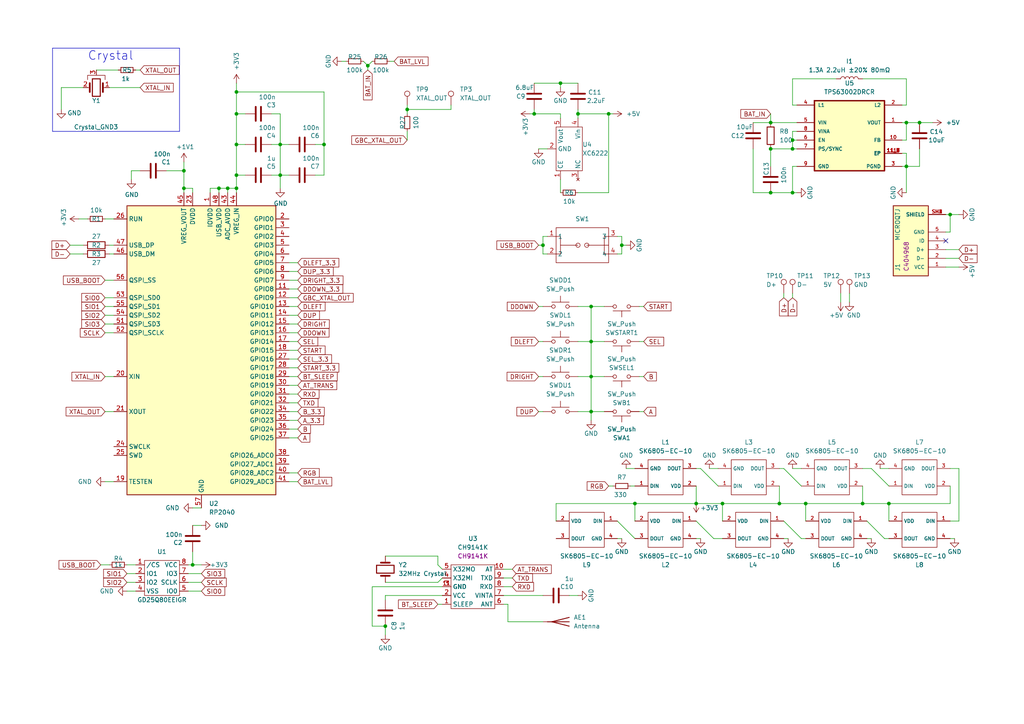
<source format=kicad_sch>
(kicad_sch (version 20230121) (generator eeschema)
  (paper "A4")
  (lib_symbols
    (symbol "Connector:TestPoint" (pin_numbers hide) (pin_names (offset 0.762) hide)
      (property "Reference" "TP" (at 0 6.858 0))
      (property "Value" "TestPoint" (at 0 5.08 0))
      (symbol "TestPoint_1_1"
        (pin passive line (at 0 0 90) (length 2.54) (name "1") (number "1"))
      )
    )
    (symbol "Device:Antenna" (pin_numbers hide) (pin_names (offset 1.016) hide)
      (property "Reference" "AE" (at -1.905 1.905 0))
      (property "Value" "Antenna" (at -1.905 0 0))
      (symbol "Antenna_1_1"
        (pin input line (at 0 -5.08 90) (length 2.54) (name "A") (number "1"))
      )
    )
    (symbol "Device:C" (pin_numbers hide) (pin_names (offset 0.254))
      (property "Reference" "C" (at 0.635 2.54 0))
      (property "Value" "C" (at 0.635 -2.54 0))
      (symbol "C_1_1"
        (pin passive line (at 0 3.81 270) (length 2.794) (name "~") (number "1"))
        (pin passive line (at 0 -3.81 90) (length 2.794) (name "~") (number "2"))
      )
    )
    (symbol "Device:Crystal" (pin_numbers hide) (pin_names (offset 1.016) hide)
      (property "Reference" "Y" (at 0 3.81 0))
      (property "Value" "Crystal" (at 0 -3.81 0))
      (symbol "Crystal_1_1"
        (pin passive line (at -3.81 0 0) (length 1.27) (name "1") (number "1"))
        (pin passive line (at 3.81 0 180) (length 1.27) (name "2") (number "2"))
      )
    )
    (symbol "Device:Crystal_GND3" (pin_names (offset 1.016) hide)
      (property "Reference" "Y" (at 0 5.715 0))
      (property "Value" "Crystal_GND3" (at 0 3.81 0))
      (symbol "Crystal_GND3_1_1"
        (pin passive line (at -3.81 0 0) (length 1.27) (name "1") (number "1"))
        (pin passive line (at 3.81 0 180) (length 1.27) (name "2") (number "2"))
        (pin passive line (at 0 -5.08 90) (length 1.27) (name "3") (number "3"))
      )
    )
    (symbol "Device:L" (pin_numbers hide) (pin_names (offset 1.016) hide)
      (property "Reference" "L" (at -1.27 0 90))
      (property "Value" "L" (at 1.905 0 90))
      (symbol "L_1_1"
        (pin passive line (at 0 3.81 270) (length 1.27) (name "1") (number "1"))
        (pin passive line (at 0 -3.81 90) (length 1.27) (name "2") (number "2"))
      )
    )
    (symbol "Device:R" (pin_numbers hide) (pin_names (offset 0))
      (property "Reference" "R" (at 2.032 0 90))
      (property "Value" "R" (at 0 0 90))
      (symbol "R_1_1"
        (pin passive line (at 0 3.81 270) (length 1.27) (name "~") (number "1"))
        (pin passive line (at 0 -3.81 90) (length 1.27) (name "~") (number "2"))
      )
    )
    (symbol "Device:R_Small" (pin_numbers hide) (pin_names (offset 0.254) hide)
      (property "Reference" "R" (at 0.762 0.508 0))
      (property "Value" "R_Small" (at 0.762 -1.016 0))
      (symbol "R_Small_1_1"
        (pin passive line (at 0 2.54 270) (length 0.762) (name "~") (number "1"))
        (pin passive line (at 0 -2.54 90) (length 0.762) (name "~") (number "2"))
      )
    )
    (symbol "MCU_RaspberryPi:RP2040"
      (property "Reference" "U" (at 17.78 45.72 0))
      (property "Value" "RP2040" (at 17.78 43.18 0))
      (symbol "RP2040_1_1"
        (pin power_in line (at 2.54 45.72 270) (length 3.81) (name "IOVDD") (number "1"))
        (pin passive line (at 2.54 45.72 270) (length 3.81) hide (name "IOVDD") (number "10"))
        (pin bidirectional line (at 25.4 17.78 180) (length 3.81) (name "GPIO8") (number "11"))
        (pin bidirectional line (at 25.4 15.24 180) (length 3.81) (name "GPIO9") (number "12"))
        (pin bidirectional line (at 25.4 12.7 180) (length 3.81) (name "GPIO10") (number "13"))
        (pin bidirectional line (at 25.4 10.16 180) (length 3.81) (name "GPIO11") (number "14"))
        (pin bidirectional line (at 25.4 7.62 180) (length 3.81) (name "GPIO12") (number "15"))
        (pin bidirectional line (at 25.4 5.08 180) (length 3.81) (name "GPIO13") (number "16"))
        (pin bidirectional line (at 25.4 2.54 180) (length 3.81) (name "GPIO14") (number "17"))
        (pin bidirectional line (at 25.4 0 180) (length 3.81) (name "GPIO15") (number "18"))
        (pin input line (at -25.4 -38.1 0) (length 3.81) (name "TESTEN") (number "19"))
        (pin bidirectional line (at 25.4 38.1 180) (length 3.81) (name "GPIO0") (number "2"))
        (pin input line (at -25.4 -7.62 0) (length 3.81) (name "XIN") (number "20"))
        (pin passive line (at -25.4 -17.78 0) (length 3.81) (name "XOUT") (number "21"))
        (pin passive line (at 2.54 45.72 270) (length 3.81) hide (name "IOVDD") (number "22"))
        (pin power_in line (at -2.54 45.72 270) (length 3.81) (name "DVDD") (number "23"))
        (pin input line (at -25.4 -27.94 0) (length 3.81) (name "SWCLK") (number "24"))
        (pin bidirectional line (at -25.4 -30.48 0) (length 3.81) (name "SWD") (number "25"))
        (pin input line (at -25.4 38.1 0) (length 3.81) (name "RUN") (number "26"))
        (pin bidirectional line (at 25.4 -2.54 180) (length 3.81) (name "GPIO16") (number "27"))
        (pin bidirectional line (at 25.4 -5.08 180) (length 3.81) (name "GPIO17") (number "28"))
        (pin bidirectional line (at 25.4 -7.62 180) (length 3.81) (name "GPIO18") (number "29"))
        (pin bidirectional line (at 25.4 35.56 180) (length 3.81) (name "GPIO1") (number "3"))
        (pin bidirectional line (at 25.4 -10.16 180) (length 3.81) (name "GPIO19") (number "30"))
        (pin bidirectional line (at 25.4 -12.7 180) (length 3.81) (name "GPIO20") (number "31"))
        (pin bidirectional line (at 25.4 -15.24 180) (length 3.81) (name "GPIO21") (number "32"))
        (pin passive line (at 2.54 45.72 270) (length 3.81) hide (name "IOVDD") (number "33"))
        (pin bidirectional line (at 25.4 -17.78 180) (length 3.81) (name "GPIO22") (number "34"))
        (pin bidirectional line (at 25.4 -20.32 180) (length 3.81) (name "GPIO23") (number "35"))
        (pin bidirectional line (at 25.4 -22.86 180) (length 3.81) (name "GPIO24") (number "36"))
        (pin bidirectional line (at 25.4 -25.4 180) (length 3.81) (name "GPIO25") (number "37"))
        (pin bidirectional line (at 25.4 -30.48 180) (length 3.81) (name "GPIO26_ADC0") (number "38"))
        (pin bidirectional line (at 25.4 -33.02 180) (length 3.81) (name "GPIO27_ADC1") (number "39"))
        (pin bidirectional line (at 25.4 33.02 180) (length 3.81) (name "GPIO2") (number "4"))
        (pin bidirectional line (at 25.4 -35.56 180) (length 3.81) (name "GPIO28_ADC2") (number "40"))
        (pin bidirectional line (at 25.4 -38.1 180) (length 3.81) (name "GPIO29_ADC3") (number "41"))
        (pin passive line (at 2.54 45.72 270) (length 3.81) hide (name "IOVDD") (number "42"))
        (pin power_in line (at 7.62 45.72 270) (length 3.81) (name "ADC_AVDD") (number "43"))
        (pin power_in line (at 10.16 45.72 270) (length 3.81) (name "VREG_IN") (number "44"))
        (pin power_out line (at -5.08 45.72 270) (length 3.81) (name "VREG_VOUT") (number "45"))
        (pin bidirectional line (at -25.4 27.94 0) (length 3.81) (name "USB_DM") (number "46"))
        (pin bidirectional line (at -25.4 30.48 0) (length 3.81) (name "USB_DP") (number "47"))
        (pin power_in line (at 5.08 45.72 270) (length 3.81) (name "USB_VDD") (number "48"))
        (pin passive line (at 2.54 45.72 270) (length 3.81) hide (name "IOVDD") (number "49"))
        (pin bidirectional line (at 25.4 30.48 180) (length 3.81) (name "GPIO3") (number "5"))
        (pin passive line (at -2.54 45.72 270) (length 3.81) hide (name "DVDD") (number "50"))
        (pin bidirectional line (at -25.4 7.62 0) (length 3.81) (name "QSPI_SD3") (number "51"))
        (pin output line (at -25.4 5.08 0) (length 3.81) (name "QSPI_SCLK") (number "52"))
        (pin bidirectional line (at -25.4 15.24 0) (length 3.81) (name "QSPI_SD0") (number "53"))
        (pin bidirectional line (at -25.4 10.16 0) (length 3.81) (name "QSPI_SD2") (number "54"))
        (pin bidirectional line (at -25.4 12.7 0) (length 3.81) (name "QSPI_SD1") (number "55"))
        (pin bidirectional line (at -25.4 20.32 0) (length 3.81) (name "QSPI_SS") (number "56"))
        (pin power_in line (at 0 -45.72 90) (length 3.81) (name "GND") (number "57"))
        (pin bidirectional line (at 25.4 27.94 180) (length 3.81) (name "GPIO4") (number "6"))
        (pin bidirectional line (at 25.4 25.4 180) (length 3.81) (name "GPIO5") (number "7"))
        (pin bidirectional line (at 25.4 22.86 180) (length 3.81) (name "GPIO6") (number "8"))
        (pin bidirectional line (at 25.4 20.32 180) (length 3.81) (name "GPIO7") (number "9"))
      )
    )
    (symbol "Switch:SW_Push" (pin_numbers hide) (pin_names (offset 1.016) hide)
      (property "Reference" "SW" (at 1.27 2.54 0))
      (property "Value" "SW_Push" (at 0 -1.524 0))
      (symbol "SW_Push_0_1"
        (pin passive line (at -5.08 0 0) (length 2.54) (name "1") (number "1"))
        (pin passive line (at 5.08 0 180) (length 2.54) (name "2") (number "2"))
      )
    )
    (symbol "gcp2:SK6805-EC-15"
      (property "Reference" "L" (at 0 -7.62 0))
      (property "Value" "SK6805-EC-15" (at 0 -10.16 0))
      (symbol "SK6805-EC-15_0_0"
        (pin input line (at -8.89 -2.54 0) (length 3.81) (name "DIN") (number "1"))
        (pin power_in line (at 8.89 -2.54 180) (length 3.81) (name "VDD") (number "2"))
        (pin output line (at 8.89 2.54 180) (length 3.81) (name "DOUT") (number "3"))
        (pin power_in line (at -8.89 2.54 0) (length 3.81) (name "GND") (number "4"))
      )
    )
    (symbol "hhl:1TS026A-1000-0550"
      (property "Reference" "U" (at 0 -6.35 0))
      (property "Value" "1TS026A-1000-0550" (at 0 6.35 0))
      (symbol "1TS026A-1000-0550_1_1"
        (pin input line (at -10.16 2.54 0) (length 2.54) (name "1") (number "1"))
        (pin input line (at -10.16 -2.54 0) (length 2.54) (name "2") (number "2"))
        (pin input line (at 10.16 2.54 180) (length 2.54) (name "3") (number "3"))
        (pin input line (at 10.16 -2.54 180) (length 2.54) (name "4") (number "4"))
      )
    )
    (symbol "hhl:BSS138DW" (pin_names hide)
      (property "Reference" "Q" (at 0 -3.81 0))
      (property "Value" "BSS138DW" (at 0 -6.35 0))
      (symbol "BSS138DW_1_1"
        (pin passive line (at 6.35 0 180) (length 2.54) (name "S1") (number "1"))
        (pin input line (at 0 7.62 270) (length 2.54) (name "G1") (number "2"))
        (pin passive line (at -6.35 0 0) (length 2.54) (name "D1") (number "6"))
      )
      (symbol "BSS138DW_2_1"
        (pin passive line (at 5.08 0 180) (length 2.54) (name "D2") (number "3"))
        (pin passive line (at -5.08 0 0) (length 2.54) (name "S2") (number "4"))
        (pin input line (at 0 7.62 270) (length 2.54) (name "G2") (number "5"))
      )
    )
    (symbol "hhl:CH9141K"
      (property "Reference" "U" (at 0 -7.62 0))
      (property "Value" "CH9141K" (at 0 7.62 0))
      (property "MPN" "CH9141K" (at 0 7.62 0))
      (symbol "CH9141K_0_0"
        (pin power_in line (at -8.89 0 0) (length 2.54) (name "GND") (number "11"))
        (pin power_in line (at -8.89 0 0) (length 2.54) (name "GND") (number "3"))
      )
      (symbol "CH9141K_1_0"
        (pin bidirectional line (at -8.89 -5.08 0) (length 2.54) (name "SLEEP") (number "1"))
        (pin power_in line (at 8.89 5.08 180) (length 2.54) (name "AT") (number "10"))
        (pin bidirectional line (at -8.89 -2.54 0) (length 2.54) (name "VCC") (number "2"))
        (pin bidirectional line (at -8.89 2.54 0) (length 2.54) (name "X32MI") (number "4"))
        (pin bidirectional line (at -8.89 5.08 0) (length 2.54) (name "X32MO") (number "5"))
        (pin bidirectional line (at 8.89 -5.08 180) (length 2.54) (name "ANT") (number "6"))
        (pin power_in line (at 8.89 -2.54 180) (length 2.54) (name "VINTA") (number "7"))
        (pin output line (at 8.89 0 180) (length 2.54) (name "RXD") (number "8"))
        (pin input line (at 8.89 2.54 180) (length 2.54) (name "TXD") (number "9"))
      )
    )
    (symbol "hhl:GD25Q80EEIGR"
      (property "Reference" "U2" (at -0.0149 7.62 0))
      (symbol "GD25Q80EEIGR_1_1"
        (pin input line (at -7.62 3.81 0) (length 2.54) (name "/CS") (number "1"))
        (pin input line (at -7.62 1.27 0) (length 2.54) (name "IO1") (number "2"))
        (pin input line (at -7.62 -1.27 0) (length 2.54) (name "IO2") (number "3"))
        (pin input line (at -7.62 -3.81 0) (length 2.54) (name "VSS") (number "4"))
        (pin input line (at 7.62 -3.81 180) (length 2.54) (name "IO0") (number "5"))
        (pin input line (at 7.62 -1.27 180) (length 2.54) (name "SCLK") (number "6"))
        (pin input line (at 7.62 1.27 180) (length 2.54) (name "IO3") (number "7"))
        (pin input line (at 7.62 3.81 180) (length 2.54) (name "VCC") (number "8"))
      )
    )
    (symbol "hhl:MICROQTJ" (pin_names (offset 1.016))
      (property "Reference" "J" (at -5.08 11.43 0))
      (property "Value" "MICROQTJ" (at -5.08 -12.7 0))
      (property "LCSC" "C404968" (at 0 0 0))
      (symbol "MICROQTJ_0_0"
        (pin power_in line (at -10.16 7.62 0) (length 5.08) (name "VCC") (number "1"))
        (pin bidirectional line (at -10.16 5.08 0) (length 5.08) (name "D-") (number "2"))
        (pin bidirectional line (at -10.16 2.54 0) (length 5.08) (name "D+") (number "3"))
        (pin bidirectional line (at -10.16 0 0) (length 5.08) (name "ID") (number "4"))
        (pin power_in line (at -10.16 -2.54 0) (length 5.08) (name "GND") (number "5"))
        (pin passive line (at -10.16 -7.62 0) (length 5.08) (name "SHIELD") (number "SH1"))
        (pin passive line (at -10.16 -7.62 0) (length 5.08) (name "SHIELD") (number "SH2"))
        (pin passive line (at -10.16 -7.62 0) (length 5.08) (name "SHIELD") (number "SH3"))
        (pin passive line (at -10.16 -7.62 0) (length 5.08) (name "SHIELD") (number "SH4"))
      )
    )
    (symbol "hhl:TPS63000DRCR" (pin_names (offset 1.016))
      (property "Reference" "U" (at -10.16 10.16 0))
      (property "Value" "TPS63000DRCR" (at -10.16 -13.97 0))
      (symbol "TPS63000DRCR_0_0"
        (pin output line (at 15.24 2.54 180) (length 5.08) (name "VOUT") (number "1"))
        (pin input line (at 15.24 -2.54 180) (length 5.08) (name "FB") (number "10"))
        (pin power_in line (at 15.24 -6.35 180) (length 5.08) (name "EP") (number "11"))
        (pin power_in line (at 15.24 -6.35 180) (length 5.08) (name "EP") (number "11_1"))
        (pin power_in line (at 15.24 -6.35 180) (length 5.08) (name "EP") (number "11_2"))
        (pin power_in line (at 15.24 -6.35 180) (length 5.08) (name "EP") (number "11_3"))
        (pin power_in line (at 15.24 -6.35 180) (length 5.08) (name "EP") (number "11_4"))
        (pin power_in line (at 15.24 -6.35 180) (length 5.08) (name "EP") (number "11_5"))
        (pin power_in line (at 15.24 -6.35 180) (length 5.08) (name "EP") (number "11_6"))
        (pin power_in line (at 15.24 -6.35 180) (length 5.08) (name "EP") (number "11_7"))
        (pin power_in line (at 15.24 -6.35 180) (length 5.08) (name "EP") (number "11_8"))
        (pin input line (at 15.24 7.62 180) (length 5.08) (name "L2") (number "2"))
        (pin power_in line (at 15.24 -10.16 180) (length 5.08) (name "PGND") (number "3"))
        (pin input line (at -15.24 7.62 0) (length 5.08) (name "L1") (number "4"))
        (pin input line (at -15.24 2.54 0) (length 5.08) (name "VIN") (number "5"))
        (pin input line (at -15.24 -2.54 0) (length 5.08) (name "EN") (number "6"))
        (pin input line (at -15.24 -5.08 0) (length 5.08) (name "PS/SYNC") (number "7"))
        (pin input line (at -15.24 0 0) (length 5.08) (name "VINA") (number "8"))
        (pin power_in line (at -15.24 -10.16 0) (length 5.08) (name "GND") (number "9"))
      )
    )
    (symbol "hhl:XC6222B331PR-G"
      (property "Reference" "U" (at 3.81 -5.08 0))
      (property "Value" "XC6222" (at -2.54 -5.08 0))
      (symbol "XC6222B331PR-G_1_1"
        (pin power_out line (at -8.89 2.54 0) (length 2.54) (name "CE") (number "1"))
        (pin power_in line (at 0 6.35 270) (length 2.54) (name "GND") (number "2"))
        (pin no_connect line (at -8.89 -2.54 0) (length 2.54) (name "NC") (number "3"))
        (pin input line (at 8.89 -2.54 180) (length 2.54) (name "Vin") (number "4"))
        (pin input line (at 8.89 2.54 180) (length 2.54) (name "Vout") (number "5"))
      )
    )
    (symbol "power:+1V1" (power) (pin_names (offset 0))
      (property "Value" "+1V1" (at 0 3.556 0))
      (symbol "+1V1_1_1"
        (pin power_in line (at 0 0 90) (length 0) hide (name "+1V1") (number "1"))
      )
    )
    (symbol "power:+3V3" (power) (pin_names (offset 0))
      (property "Value" "+3V3" (at 0 3.556 0))
      (symbol "+3V3_1_1"
        (pin power_in line (at 0 0 90) (length 0) hide (name "+3V3") (number "1"))
      )
    )
    (symbol "power:+5V" (power) (pin_names (offset 0))
      (property "Value" "+5V" (at 0 3.556 0))
      (symbol "+5V_1_1"
        (pin power_in line (at 0 0 90) (length 0) hide (name "+5V") (number "1"))
      )
    )
    (symbol "power:GND" (power) (pin_names (offset 0))
      (property "Value" "GND" (at 0 -3.81 0))
      (symbol "GND_1_1"
        (pin power_in line (at 0 0 270) (length 0) hide (name "GND") (number "1"))
      )
    )
  )
  (junction (at 330.2 43.18))
  (junction (at 66.04 54.61))
  (junction (at 229.87 40.64))
  (junction (at 262.89 35.56))
  (junction (at 226.06 146.05))
  (junction (at 171.45 99.06))
  (junction (at 157.48 71.12))
  (junction (at 184.15 146.05))
  (junction (at 223.52 55.88))
  (junction (at 350.52 123.19))
  (junction (at 350.52 22.86))
  (junction (at 350.52 83.82))
  (junction (at 233.68 146.05))
  (junction (at 53.34 49.53))
  (junction (at 154.94 33.02))
  (junction (at 176.53 33.02))
  (junction (at 68.58 33.02))
  (junction (at 350.52 63.5))
  (junction (at 223.52 43.18))
  (junction (at 330.2 53.34))
  (junction (at 359.41 142.24))
  (junction (at 118.11 31.75))
  (junction (at 167.64 33.02))
  (junction (at 201.93 146.05))
  (junction (at 330.2 31.75))
  (junction (at 106.68 19.05))
  (junction (at 330.2 63.5))
  (junction (at 330.2 123.19))
  (junction (at 350.52 142.24))
  (junction (at 209.55 146.05))
  (junction (at 63.5 54.61))
  (junction (at 346.71 43.18))
  (junction (at 93.98 41.91))
  (junction (at 262.89 48.26))
  (junction (at 68.58 54.61))
  (junction (at 330.2 111.76))
  (junction (at 266.7 35.56))
  (junction (at 346.71 123.19))
  (junction (at 68.58 26.67))
  (junction (at 350.52 162.56))
  (junction (at 171.45 88.9))
  (junction (at 330.2 12.7))
  (junction (at 359.41 43.18))
  (junction (at 229.87 43.18))
  (junction (at 350.52 43.18))
  (junction (at 330.2 83.82))
  (junction (at 68.58 50.8))
  (junction (at 180.34 71.12))
  (junction (at 330.2 162.56))
  (junction (at 171.45 109.22))
  (junction (at 359.41 162.56))
  (junction (at 162.56 24.13))
  (junction (at 350.52 102.87))
  (junction (at 330.2 72.39))
  (junction (at 346.71 162.56))
  (junction (at 81.28 41.91))
  (junction (at 229.87 55.88))
  (junction (at 68.58 41.91))
  (junction (at 330.2 142.24))
  (junction (at 330.2 22.86))
  (junction (at 330.2 102.87))
  (junction (at 53.34 54.61))
  (junction (at 346.71 83.82))
  (junction (at 330.2 132.08))
  (junction (at 55.88 163.83))
  (junction (at 223.52 35.56))
  (junction (at 111.76 181.61))
  (junction (at 81.28 50.8))
  (junction (at 250.19 146.05))
  (junction (at 257.81 146.05))
  (junction (at 359.41 22.86))
  (junction (at 330.2 151.13))
  (junction (at 275.59 62.23))
  (junction (at 171.45 119.38))
  (junction (at 330.2 92.71))
  (no_connect (at 274.32 69.85))
  (wire (pts (xy 31.75 25.4) (xy 40.64 25.4)))
  (wire (pts (xy 330.2 72.39) (xy 330.2 73.66)))
  (wire (pts (xy 39.37 20.32) (xy 40.64 20.32)))
  (wire (pts (xy 341.63 115.57) (xy 341.63 111.76)))
  (wire (pts (xy 207.01 156.21) (xy 201.93 151.13)))
  (wire (pts (xy 83.82 96.52) (xy 86.36 96.52)))
  (wire (pts (xy 330.2 12.7) (xy 330.2 13.97)))
  (wire (pts (xy 36.83 166.37) (xy 39.37 166.37)))
  (wire (pts (xy 171.45 109.22) (xy 175.26 109.22)))
  (wire (pts (xy 55.88 160.02) (xy 55.88 163.83)))
  (wire (pts (xy 327.66 123.19) (xy 330.2 123.19)))
  (wire (pts (xy 201.93 156.21) (xy 203.2 156.21)))
  (wire (pts (xy 327.66 92.71) (xy 330.2 92.71)))
  (wire (pts (xy 226.06 135.89) (xy 227.33 135.89)))
  (wire (pts (xy 27.94 20.32) (xy 34.29 20.32)))
  (wire (pts (xy 350.52 72.39) (xy 350.52 73.66)))
  (wire (pts (xy 205.74 135.89) (xy 208.28 135.89)))
  (wire (pts (xy 262.89 44.45) (xy 261.62 44.45)))
  (wire (pts (xy 330.2 132.08) (xy 330.2 133.35)))
  (wire (pts (xy 111.76 181.61) (xy 111.76 184.15)))
  (wire (pts (xy 22.86 63.5) (xy 25.4 63.5)))
  (wire (pts (xy 330.2 151.13) (xy 330.2 152.4)))
  (wire (pts (xy 229.87 22.86) (xy 229.87 30.48)))
  (wire (pts (xy 275.59 140.97) (xy 275.59 146.05)))
  (wire (pts (xy 327.66 12.7) (xy 330.2 12.7)))
  (wire (pts (xy 341.63 72.39) (xy 330.2 72.39)))
  (wire (pts (xy 83.82 127) (xy 86.36 127)))
  (wire (pts (xy 218.44 35.56) (xy 223.52 35.56)))
  (wire (pts (xy 330.2 123.19) (xy 330.2 120.65)))
  (wire (pts (xy 93.98 26.67) (xy 68.58 26.67)))
  (wire (pts (xy 66.04 54.61) (xy 68.58 54.61)))
  (wire (pts (xy 223.52 33.02) (xy 223.52 35.56)))
  (wire (pts (xy 171.45 119.38) (xy 175.26 119.38)))
  (wire (pts (xy 330.2 53.34) (xy 341.63 53.34)))
  (wire (pts (xy 223.52 43.18) (xy 223.52 48.26)))
  (wire (pts (xy 255.27 135.89) (xy 257.81 135.89)))
  (wire (pts (xy 203.2 135.89) (xy 208.28 140.97)))
  (wire (pts (xy 336.55 83.82) (xy 330.2 83.82)))
  (wire (pts (xy 327.66 162.56) (xy 330.2 162.56)))
  (wire (pts (xy 157.48 68.58) (xy 158.75 68.58)))
  (wire (pts (xy 350.52 21.59) (xy 350.52 22.86)))
  (wire (pts (xy 201.93 135.89) (xy 203.2 135.89)))
  (wire (pts (xy 176.53 140.97) (xy 177.8 140.97)))
  (wire (pts (xy 350.52 31.75) (xy 350.52 33.02)))
  (wire (pts (xy 107.95 181.61) (xy 111.76 181.61)))
  (wire (pts (xy 278.13 135.89) (xy 278.13 151.13)))
  (wire (pts (xy 330.2 31.75) (xy 330.2 33.02)))
  (wire (pts (xy 167.64 88.9) (xy 171.45 88.9)))
  (wire (pts (xy 223.52 55.88) (xy 229.87 55.88)))
  (wire (pts (xy 83.82 124.46) (xy 86.36 124.46)))
  (wire (pts (xy 83.82 104.14) (xy 86.36 104.14)))
  (wire (pts (xy 106.68 19.05) (xy 106.68 20.32)))
  (wire (pts (xy 231.14 38.1) (xy 229.87 38.1)))
  (wire (pts (xy 209.55 146.05) (xy 226.06 146.05)))
  (wire (pts (xy 167.64 33.02) (xy 176.53 33.02)))
  (wire (pts (xy 68.58 50.8) (xy 68.58 54.61)))
  (wire (pts (xy 209.55 146.05) (xy 209.55 151.13)))
  (wire (pts (xy 146.05 167.64) (xy 148.59 167.64)))
  (wire (pts (xy 223.52 35.56) (xy 231.14 35.56)))
  (wire (pts (xy 350.52 151.13) (xy 350.52 152.4)))
  (polyline (pts (xy 15.24 13.97) (xy 15.24 38.1)))
  (wire (pts (xy 350.52 43.18) (xy 359.41 43.18)))
  (wire (pts (xy 111.76 172.72) (xy 111.76 173.99)))
  (wire (pts (xy 242.57 22.86) (xy 229.87 22.86)))
  (wire (pts (xy 262.89 48.26) (xy 262.89 55.88)))
  (wire (pts (xy 229.87 30.48) (xy 231.14 30.48)))
  (wire (pts (xy 227.33 156.21) (xy 228.6 156.21)))
  (wire (pts (xy 327.66 132.08) (xy 330.2 132.08)))
  (wire (pts (xy 53.34 54.61) (xy 55.88 54.61)))
  (polyline (pts (xy 52.07 38.1) (xy 15.24 38.1)))
  (wire (pts (xy 229.87 48.26) (xy 231.14 48.26)))
  (wire (pts (xy 127 168.91) (xy 128.27 167.64)))
  (wire (pts (xy 81.28 50.8) (xy 78.74 50.8)))
  (wire (pts (xy 262.89 40.64) (xy 262.89 35.56)))
  (wire (pts (xy 350.52 62.23) (xy 350.52 63.5)))
  (wire (pts (xy 29.21 163.83) (xy 31.75 163.83)))
  (wire (pts (xy 78.74 33.02) (xy 81.28 33.02)))
  (wire (pts (xy 341.63 154.94) (xy 341.63 151.13)))
  (wire (pts (xy 226.06 146.05) (xy 233.68 146.05)))
  (wire (pts (xy 275.59 135.89) (xy 278.13 135.89)))
  (wire (pts (xy 157.48 73.66) (xy 158.75 73.66)))
  (wire (pts (xy 330.2 22.86) (xy 335.28 22.86)))
  (wire (pts (xy 55.88 54.61) (xy 55.88 55.88)))
  (wire (pts (xy 209.55 156.21) (xy 207.01 156.21)))
  (wire (pts (xy 346.71 43.18) (xy 350.52 43.18)))
  (wire (pts (xy 246.38 85.09) (xy 246.38 87.63)))
  (wire (pts (xy 63.5 54.61) (xy 66.04 54.61)))
  (wire (pts (xy 231.14 40.64) (xy 229.87 40.64)))
  (wire (pts (xy 167.64 31.75) (xy 167.64 33.02)))
  (wire (pts (xy 341.63 92.71) (xy 341.63 95.25)))
  (wire (pts (xy 180.34 71.12) (xy 181.61 71.12)))
  (wire (pts (xy 83.82 93.98) (xy 86.36 93.98)))
  (wire (pts (xy 350.52 43.18) (xy 350.52 40.64)))
  (wire (pts (xy 68.58 41.91) (xy 71.12 41.91)))
  (wire (pts (xy 93.98 41.91) (xy 93.98 50.8)))
  (wire (pts (xy 330.2 140.97) (xy 330.2 142.24)))
  (wire (pts (xy 330.2 62.23) (xy 330.2 63.5)))
  (wire (pts (xy 107.95 170.18) (xy 107.95 181.61)))
  (wire (pts (xy 330.2 21.59) (xy 330.2 22.86)))
  (wire (pts (xy 327.66 22.86) (xy 330.2 22.86)))
  (wire (pts (xy 54.61 171.45) (xy 58.42 171.45)))
  (wire (pts (xy 171.45 99.06) (xy 175.26 99.06)))
  (wire (pts (xy 48.26 49.53) (xy 53.34 49.53)))
  (wire (pts (xy 243.84 85.09) (xy 243.84 87.63)))
  (wire (pts (xy 156.21 119.38) (xy 157.48 119.38)))
  (wire (pts (xy 229.87 55.88) (xy 231.14 55.88)))
  (wire (pts (xy 156.21 43.18) (xy 158.75 43.18)))
  (wire (pts (xy 201.93 146.05) (xy 209.55 146.05)))
  (wire (pts (xy 156.21 71.12) (xy 157.48 71.12)))
  (wire (pts (xy 68.58 24.13) (xy 68.58 26.67)))
  (wire (pts (xy 275.59 156.21) (xy 276.86 156.21)))
  (wire (pts (xy 359.41 43.18) (xy 360.68 43.18)))
  (wire (pts (xy 274.32 77.47) (xy 278.13 77.47)))
  (wire (pts (xy 250.19 135.89) (xy 252.73 135.89)))
  (wire (pts (xy 154.94 31.75) (xy 154.94 33.02)))
  (wire (pts (xy 83.82 86.36) (xy 86.36 86.36)))
  (wire (pts (xy 83.82 91.44) (xy 86.36 91.44)))
  (wire (pts (xy 81.28 50.8) (xy 81.28 54.61)))
  (wire (pts (xy 330.2 102.87) (xy 335.28 102.87)))
  (wire (pts (xy 179.07 73.66) (xy 180.34 73.66)))
  (wire (pts (xy 350.52 123.19) (xy 360.68 123.19)))
  (wire (pts (xy 233.68 156.21) (xy 232.41 156.21)))
  (wire (pts (xy 341.63 12.7) (xy 341.63 15.24)))
  (wire (pts (xy 91.44 41.91) (xy 93.98 41.91)))
  (wire (pts (xy 330.2 162.56) (xy 330.2 160.02)))
  (wire (pts (xy 346.71 162.56) (xy 350.52 162.56)))
  (wire (pts (xy 266.7 43.18) (xy 266.7 48.26)))
  (wire (pts (xy 359.41 22.86) (xy 360.68 22.86)))
  (wire (pts (xy 257.81 146.05) (xy 275.59 146.05)))
  (wire (pts (xy 229.87 40.64) (xy 229.87 43.18)))
  (wire (pts (xy 350.52 111.76) (xy 350.52 113.03)))
  (wire (pts (xy 93.98 26.67) (xy 93.98 41.91)))
  (wire (pts (xy 162.56 52.07) (xy 162.56 55.88)))
  (wire (pts (xy 274.32 72.39) (xy 278.13 72.39)))
  (wire (pts (xy 107.95 17.78) (xy 106.68 19.05)))
  (wire (pts (xy 262.89 35.56) (xy 266.7 35.56)))
  (wire (pts (xy 184.15 146.05) (xy 201.93 146.05)))
  (wire (pts (xy 78.74 41.91) (xy 81.28 41.91)))
  (wire (pts (xy 184.15 146.05) (xy 184.15 151.13)))
  (wire (pts (xy 167.64 119.38) (xy 171.45 119.38)))
  (wire (pts (xy 147.32 180.34) (xy 157.48 180.34)))
  (wire (pts (xy 30.48 91.44) (xy 33.02 91.44)))
  (wire (pts (xy 106.68 19.05) (xy 105.41 17.78)))
  (wire (pts (xy 262.89 30.48) (xy 261.62 30.48)))
  (wire (pts (xy 162.56 34.29) (xy 162.56 33.02)))
  (wire (pts (xy 36.83 163.83) (xy 39.37 163.83)))
  (wire (pts (xy 180.34 71.12) (xy 180.34 73.66)))
  (wire (pts (xy 83.82 119.38) (xy 86.36 119.38)))
  (wire (pts (xy 350.52 102.87) (xy 360.68 102.87)))
  (wire (pts (xy 171.45 88.9) (xy 175.26 88.9)))
  (wire (pts (xy 63.5 54.61) (xy 63.5 55.88)))
  (wire (pts (xy 350.52 92.71) (xy 350.52 93.98)))
  (wire (pts (xy 66.04 54.61) (xy 66.04 55.88)))
  (wire (pts (xy 161.29 146.05) (xy 161.29 151.13)))
  (wire (pts (xy 30.48 93.98) (xy 33.02 93.98)))
  (wire (pts (xy 130.81 30.48) (xy 130.81 31.75)))
  (wire (pts (xy 68.58 41.91) (xy 68.58 50.8)))
  (wire (pts (xy 347.98 22.86) (xy 350.52 22.86)))
  (wire (pts (xy 186.69 99.06) (xy 185.42 99.06)))
  (wire (pts (xy 266.7 35.56) (xy 270.51 35.56)))
  (wire (pts (xy 179.07 156.21) (xy 180.34 156.21)))
  (wire (pts (xy 182.88 140.97) (xy 184.15 140.97)))
  (wire (pts (xy 233.68 146.05) (xy 250.19 146.05)))
  (wire (pts (xy 71.12 33.02) (xy 68.58 33.02)))
  (wire (pts (xy 83.82 137.16) (xy 86.36 137.16)))
  (wire (pts (xy 146.05 165.1) (xy 148.59 165.1)))
  (wire (pts (xy 350.52 101.6) (xy 350.52 102.87)))
  (wire (pts (xy 53.34 46.99) (xy 53.34 49.53)))
  (wire (pts (xy 350.52 162.56) (xy 359.41 162.56)))
  (wire (pts (xy 31.75 71.12) (xy 33.02 71.12)))
  (wire (pts (xy 127 161.29) (xy 127 163.83)))
  (wire (pts (xy 336.55 162.56) (xy 330.2 162.56)))
  (wire (pts (xy 252.73 135.89) (xy 257.81 140.97)))
  (wire (pts (xy 350.52 12.7) (xy 350.52 13.97)))
  (wire (pts (xy 336.55 123.19) (xy 330.2 123.19)))
  (wire (pts (xy 60.96 55.88) (xy 60.96 54.61)))
  (wire (pts (xy 229.87 38.1) (xy 229.87 40.64)))
  (wire (pts (xy 347.98 102.87) (xy 350.52 102.87)))
  (wire (pts (xy 227.33 85.09) (xy 227.33 86.36)))
  (wire (pts (xy 327.66 83.82) (xy 330.2 83.82)))
  (wire (pts (xy 345.44 83.82) (xy 346.71 83.82)))
  (wire (pts (xy 261.62 40.64) (xy 262.89 40.64)))
  (wire (pts (xy 186.69 109.22) (xy 185.42 109.22)))
  (wire (pts (xy 229.87 85.09) (xy 229.87 86.36)))
  (wire (pts (xy 54.61 163.83) (xy 55.88 163.83)))
  (wire (pts (xy 30.48 86.36) (xy 33.02 86.36)))
  (wire (pts (xy 345.44 162.56) (xy 346.71 162.56)))
  (wire (pts (xy 327.66 43.18) (xy 330.2 43.18)))
  (wire (pts (xy 330.2 53.34) (xy 330.2 54.61)))
  (wire (pts (xy 99.06 17.78) (xy 100.33 17.78)))
  (wire (pts (xy 24.13 71.12) (xy 20.32 71.12)))
  (wire (pts (xy 161.29 146.05) (xy 184.15 146.05)))
  (wire (pts (xy 167.64 34.29) (xy 167.64 33.02)))
  (wire (pts (xy 153.67 33.02) (xy 154.94 33.02)))
  (wire (pts (xy 350.52 140.97) (xy 350.52 142.24)))
  (wire (pts (xy 83.82 111.76) (xy 86.36 111.76)))
  (wire (pts (xy 111.76 172.72) (xy 128.27 172.72)))
  (wire (pts (xy 274.32 62.23) (xy 275.59 62.23)))
  (wire (pts (xy 83.82 76.2) (xy 86.36 76.2)))
  (wire (pts (xy 341.63 111.76) (xy 330.2 111.76)))
  (wire (pts (xy 30.48 109.22) (xy 33.02 109.22)))
  (wire (pts (xy 54.61 168.91) (xy 58.42 168.91)))
  (wire (pts (xy 256.54 156.21) (xy 251.46 151.13)))
  (wire (pts (xy 31.75 73.66) (xy 33.02 73.66)))
  (wire (pts (xy 36.83 168.91) (xy 39.37 168.91)))
  (wire (pts (xy 156.21 88.9) (xy 157.48 88.9)))
  (wire (pts (xy 341.63 35.56) (xy 341.63 31.75)))
  (wire (pts (xy 330.2 92.71) (xy 341.63 92.71)))
  (wire (pts (xy 167.64 55.88) (xy 176.53 55.88)))
  (wire (pts (xy 330.2 43.18) (xy 330.2 40.64)))
  (wire (pts (xy 68.58 26.67) (xy 68.58 33.02)))
  (wire (pts (xy 36.83 171.45) (xy 39.37 171.45)))
  (wire (pts (xy 107.95 170.18) (xy 128.27 170.18)))
  (wire (pts (xy 83.82 114.3) (xy 86.36 114.3)))
  (wire (pts (xy 262.89 22.86) (xy 262.89 30.48)))
  (wire (pts (xy 93.98 50.8) (xy 91.44 50.8)))
  (wire (pts (xy 157.48 71.12) (xy 157.48 73.66)))
  (wire (pts (xy 262.89 44.45) (xy 262.89 48.26)))
  (wire (pts (xy 350.52 132.08) (xy 350.52 133.35)))
  (wire (pts (xy 232.41 156.21) (xy 227.33 151.13)))
  (wire (pts (xy 118.11 31.75) (xy 130.81 31.75)))
  (wire (pts (xy 118.11 38.1) (xy 118.11 40.64)))
  (wire (pts (xy 167.64 99.06) (xy 171.45 99.06)))
  (wire (pts (xy 186.69 119.38) (xy 185.42 119.38)))
  (wire (pts (xy 83.82 99.06) (xy 86.36 99.06)))
  (wire (pts (xy 30.48 139.7) (xy 33.02 139.7)))
  (wire (pts (xy 147.32 175.26) (xy 147.32 180.34)))
  (wire (pts (xy 233.68 146.05) (xy 233.68 151.13)))
  (wire (pts (xy 350.52 162.56) (xy 350.52 160.02)))
  (wire (pts (xy 146.05 172.72) (xy 157.48 172.72)))
  (wire (pts (xy 350.52 53.34) (xy 350.52 54.61)))
  (wire (pts (xy 350.52 83.82) (xy 350.52 81.28)))
  (wire (pts (xy 83.82 88.9) (xy 86.36 88.9)))
  (wire (pts (xy 341.63 151.13) (xy 330.2 151.13)))
  (wire (pts (xy 257.81 146.05) (xy 257.81 151.13)))
  (wire (pts (xy 83.82 78.74) (xy 86.36 78.74)))
  (wire (pts (xy 347.98 142.24) (xy 350.52 142.24)))
  (wire (pts (xy 53.34 49.53) (xy 53.34 54.61)))
  (wire (pts (xy 162.56 24.13) (xy 167.64 24.13)))
  (wire (pts (xy 346.71 123.19) (xy 350.52 123.19)))
  (wire (pts (xy 201.93 140.97) (xy 201.93 146.05)))
  (wire (pts (xy 275.59 62.23) (xy 278.13 62.23)))
  (wire (pts (xy 266.7 48.26) (xy 262.89 48.26)))
  (wire (pts (xy 261.62 35.56) (xy 262.89 35.56)))
  (wire (pts (xy 111.76 168.91) (xy 127 168.91)))
  (wire (pts (xy 30.48 81.28) (xy 33.02 81.28)))
  (wire (pts (xy 350.52 63.5) (xy 360.68 63.5)))
  (wire (pts (xy 30.48 96.52) (xy 33.02 96.52)))
  (wire (pts (xy 68.58 33.02) (xy 68.58 41.91)))
  (wire (pts (xy 17.78 25.4) (xy 24.13 25.4)))
  (wire (pts (xy 171.45 99.06) (xy 171.45 109.22)))
  (wire (pts (xy 30.48 88.9) (xy 33.02 88.9)))
  (wire (pts (xy 345.44 43.18) (xy 346.71 43.18)))
  (wire (pts (xy 275.59 151.13) (xy 278.13 151.13)))
  (wire (pts (xy 345.44 123.19) (xy 346.71 123.19)))
  (wire (pts (xy 55.88 163.83) (xy 58.42 163.83)))
  (wire (pts (xy 40.64 49.53) (xy 38.1 49.53)))
  (wire (pts (xy 327.66 63.5) (xy 330.2 63.5)))
  (polyline (pts (xy 52.07 13.97) (xy 52.07 38.1)))
  (wire (pts (xy 68.58 54.61) (xy 68.58 55.88)))
  (wire (pts (xy 359.41 162.56) (xy 360.68 162.56)))
  (wire (pts (xy 336.55 43.18) (xy 330.2 43.18)))
  (wire (pts (xy 83.82 101.6) (xy 86.36 101.6)))
  (wire (pts (xy 156.21 99.06) (xy 157.48 99.06)))
  (wire (pts (xy 83.82 121.92) (xy 86.36 121.92)))
  (wire (pts (xy 251.46 156.21) (xy 252.73 156.21)))
  (wire (pts (xy 83.82 116.84) (xy 86.36 116.84)))
  (wire (pts (xy 341.63 132.08) (xy 341.63 134.62)))
  (wire (pts (xy 250.19 22.86) (xy 262.89 22.86)))
  (wire (pts (xy 227.33 135.89) (xy 232.41 140.97)))
  (wire (pts (xy 330.2 132.08) (xy 341.63 132.08)))
  (wire (pts (xy 81.28 41.91) (xy 81.28 50.8)))
  (wire (pts (xy 111.76 161.29) (xy 127 161.29)))
  (wire (pts (xy 81.28 41.91) (xy 83.82 41.91)))
  (wire (pts (xy 17.78 25.4) (xy 17.78 31.75)))
  (wire (pts (xy 257.81 156.21) (xy 256.54 156.21)))
  (wire (pts (xy 162.56 33.02) (xy 154.94 33.02)))
  (wire (pts (xy 157.48 68.58) (xy 157.48 71.12)))
  (wire (pts (xy 128.27 165.1) (xy 127 163.83)))
  (wire (pts (xy 341.63 31.75) (xy 330.2 31.75)))
  (wire (pts (xy 184.15 156.21) (xy 179.07 151.13)))
  (wire (pts (xy 113.03 17.78) (xy 114.3 17.78)))
  (wire (pts (xy 229.87 135.89) (xy 232.41 135.89)))
  (wire (pts (xy 274.32 74.93) (xy 278.13 74.93)))
  (wire (pts (xy 171.45 119.38) (xy 171.45 121.92)))
  (wire (pts (xy 229.87 48.26) (xy 229.87 55.88)))
  (wire (pts (xy 330.2 63.5) (xy 335.28 63.5)))
  (wire (pts (xy 327.66 142.24) (xy 330.2 142.24)))
  (wire (pts (xy 83.82 83.82) (xy 86.36 83.82)))
  (wire (pts (xy 38.1 49.53) (xy 38.1 52.07)))
  (wire (pts (xy 330.2 12.7) (xy 341.63 12.7)))
  (wire (pts (xy 330.2 83.82) (xy 330.2 81.28)))
  (wire (pts (xy 83.82 81.28) (xy 86.36 81.28)))
  (wire (pts (xy 350.52 83.82) (xy 360.68 83.82)))
  (wire (pts (xy 118.11 30.48) (xy 118.11 31.75)))
  (wire (pts (xy 176.53 33.02) (xy 177.8 33.02)))
  (wire (pts (xy 341.63 53.34) (xy 341.63 55.88)))
  (wire (pts (xy 68.58 50.8) (xy 71.12 50.8)))
  (wire (pts (xy 186.69 88.9) (xy 185.42 88.9)))
  (wire (pts (xy 180.34 68.58) (xy 180.34 71.12)))
  (wire (pts (xy 179.07 68.58) (xy 180.34 68.58)))
  (wire (pts (xy 30.48 63.5) (xy 33.02 63.5)))
  (wire (pts (xy 127 175.26) (xy 128.27 175.26)))
  (wire (pts (xy 341.63 76.2) (xy 341.63 72.39)))
  (wire (pts (xy 330.2 92.71) (xy 330.2 93.98)))
  (wire (pts (xy 83.82 109.22) (xy 86.36 109.22)))
  (wire (pts (xy 218.44 43.18) (xy 218.44 55.88)))
  (wire (pts (xy 223.52 43.18) (xy 229.87 43.18)))
  (wire (pts (xy 250.19 140.97) (xy 250.19 146.05)))
  (wire (pts (xy 154.94 24.13) (xy 162.56 24.13)))
  (wire (pts (xy 250.19 146.05) (xy 257.81 146.05)))
  (wire (pts (xy 181.61 135.89) (xy 184.15 135.89)))
  (wire (pts (xy 162.56 24.13) (xy 162.56 25.4)))
  (wire (pts (xy 167.64 109.22) (xy 171.45 109.22)))
  (wire (pts (xy 229.87 43.18) (xy 231.14 43.18)))
  (wire (pts (xy 274.32 67.31) (xy 275.59 67.31)))
  (wire (pts (xy 146.05 170.18) (xy 148.59 170.18)))
  (wire (pts (xy 81.28 50.8) (xy 83.82 50.8)))
  (polyline (pts (xy 15.24 13.97) (xy 52.07 13.97)))
  (wire (pts (xy 171.45 109.22) (xy 171.45 119.38)))
  (wire (pts (xy 81.28 33.02) (xy 81.28 41.91)))
  (wire (pts (xy 275.59 67.31) (xy 275.59 62.23)))
  (wire (pts (xy 146.05 175.26) (xy 147.32 175.26)))
  (wire (pts (xy 83.82 106.68) (xy 86.36 106.68)))
  (wire (pts (xy 53.34 54.61) (xy 53.34 55.88)))
  (wire (pts (xy 24.13 73.66) (xy 20.32 73.66)))
  (wire (pts (xy 165.1 172.72) (xy 167.64 172.72)))
  (wire (pts (xy 350.52 142.24) (xy 359.41 142.24)))
  (wire (pts (xy 30.48 119.38) (xy 33.02 119.38)))
  (wire (pts (xy 176.53 33.02) (xy 176.53 55.88)))
  (wire (pts (xy 55.88 147.32) (xy 58.42 147.32)))
  (wire (pts (xy 60.96 54.61) (xy 63.5 54.61)))
  (wire (pts (xy 359.41 142.24) (xy 360.68 142.24)))
  (wire (pts (xy 330.2 142.24) (xy 335.28 142.24)))
  (wire (pts (xy 83.82 139.7) (xy 86.36 139.7)))
  (wire (pts (xy 346.71 83.82) (xy 350.52 83.82)))
  (wire (pts (xy 330.2 111.76) (xy 330.2 113.03)))
  (wire (pts (xy 350.52 123.19) (xy 350.52 120.65)))
  (wire (pts (xy 118.11 31.75) (xy 118.11 33.02)))
  (wire (pts (xy 347.98 63.5) (xy 350.52 63.5)))
  (wire (pts (xy 327.66 53.34) (xy 330.2 53.34)))
  (wire (pts (xy 350.52 22.86) (xy 359.41 22.86)))
  (wire (pts (xy 55.88 152.4) (xy 58.42 152.4)))
  (wire (pts (xy 226.06 140.97) (xy 226.06 146.05)))
  (wire (pts (xy 330.2 101.6) (xy 330.2 102.87)))
  (wire (pts (xy 218.44 55.88) (xy 223.52 55.88)))
  (wire (pts (xy 262.89 48.26) (xy 261.62 48.26)))
  (wire (pts (xy 156.21 109.22) (xy 157.48 109.22)))
  (wire (pts (xy 327.66 102.87) (xy 330.2 102.87)))
  (wire (pts (xy 171.45 88.9) (xy 171.45 99.06)))
  (wire (pts (xy 54.61 166.37) (xy 58.42 166.37)))
  (text "Crystal" (at 25.4 17.78 0) (effects (font (size 2.54 2.54)) (justify left bottom)))
  (global_label "BAT_IN" (shape input) (at 223.52 33.02 180) (property "Intersheetrefs" "${INTERSHEET_REFS}" (effects hide)))
  (global_label "SCLK" (shape input) (at 58.42 168.91 0) (property "Intersheetrefs" "${INTERSHEET_REFS}" (effects hide)))
  (global_label "DUP" (shape input) (at 156.21 119.38 180) (property "Intersheetrefs" "${INTERSHEET_REFS}" (effects hide)))
  (global_label "SEL_3.3" (shape input) (at 327.66 142.24 180) (property "Intersheetrefs" "${INTERSHEET_REFS}" (effects hide)))
  (global_label "D+" (shape input) (at 278.13 72.39 0) (property "Intersheetrefs" "${INTERSHEET_REFS}" (effects hide)))
  (global_label "TXD" (shape input) (at 86.36 116.84 0) (property "Intersheetrefs" "${INTERSHEET_REFS}" (effects hide)))
  (global_label "START" (shape input) (at 186.69 88.9 0) (property "Intersheetrefs" "${INTERSHEET_REFS}" (effects hide)))
  (global_label "B" (shape input) (at 86.36 124.46 0) (property "Intersheetrefs" "${INTERSHEET_REFS}" (effects hide)))
  (global_label "XTAL_IN" (shape input) (at 30.48 109.22 180) (property "Intersheetrefs" "${INTERSHEET_REFS}" (effects hide)))
  (global_label "RGB" (shape input) (at 86.36 137.16 0) (property "Intersheetrefs" "${INTERSHEET_REFS}" (effects hide)))
  (global_label "DLEFT_3.3" (shape input) (at 327.66 83.82 180) (property "Intersheetrefs" "${INTERSHEET_REFS}" (effects hide)))
  (global_label "RGB" (shape input) (at 176.53 140.97 180) (property "Intersheetrefs" "${INTERSHEET_REFS}" (effects hide)))
  (global_label "GBC_XTAL_OUT" (shape input) (at 86.36 86.36 0) (property "Intersheetrefs" "${INTERSHEET_REFS}" (effects hide)))
  (global_label "START_3.3" (shape input) (at 327.66 162.56 180) (property "Intersheetrefs" "${INTERSHEET_REFS}" (effects hide)))
  (global_label "SIO3" (shape input) (at 30.48 93.98 180) (property "Intersheetrefs" "${INTERSHEET_REFS}" (effects hide)))
  (global_label "A" (shape input) (at 86.36 127 0) (property "Intersheetrefs" "${INTERSHEET_REFS}" (effects hide)))
  (global_label "USB_BOOT" (shape input) (at 29.21 163.83 180) (property "Intersheetrefs" "${INTERSHEET_REFS}" (effects hide)))
  (global_label "DRIGHT_5" (shape input) (at 360.68 123.19 0) (property "Intersheetrefs" "${INTERSHEET_REFS}" (effects hide)))
  (global_label "RXD" (shape input) (at 148.59 170.18 0) (property "Intersheetrefs" "${INTERSHEET_REFS}" (effects hide)))
  (global_label "GBC_XTAL_OUT" (shape input) (at 118.11 40.64 180) (property "Intersheetrefs" "${INTERSHEET_REFS}" (effects hide)))
  (global_label "XTAL_OUT" (shape input) (at 30.48 119.38 180) (property "Intersheetrefs" "${INTERSHEET_REFS}" (effects hide)))
  (global_label "DUP_5" (shape input) (at 360.68 63.5 0) (property "Intersheetrefs" "${INTERSHEET_REFS}" (effects hide)))
  (global_label "DLEFT_3.3" (shape input) (at 86.36 76.2 0) (property "Intersheetrefs" "${INTERSHEET_REFS}" (effects hide)))
  (global_label "DDOWN_3.3" (shape input) (at 327.66 102.87 180) (property "Intersheetrefs" "${INTERSHEET_REFS}" (effects hide)))
  (global_label "DLEFT" (shape input) (at 156.21 99.06 180) (property "Intersheetrefs" "${INTERSHEET_REFS}" (effects hide)))
  (global_label "A_5" (shape input) (at 360.68 22.86 0) (property "Intersheetrefs" "${INTERSHEET_REFS}" (effects hide)))
  (global_label "RXD" (shape input) (at 86.36 114.3 0) (property "Intersheetrefs" "${INTERSHEET_REFS}" (effects hide)))
  (global_label "SEL" (shape input) (at 86.36 99.06 0) (property "Intersheetrefs" "${INTERSHEET_REFS}" (effects hide)))
  (global_label "B" (shape input) (at 186.69 109.22 0) (property "Intersheetrefs" "${INTERSHEET_REFS}" (effects hide)))
  (global_label "DLEFT_5" (shape input) (at 360.68 83.82 0) (property "Intersheetrefs" "${INTERSHEET_REFS}" (effects hide)))
  (global_label "A_3.3" (shape input) (at 327.66 22.86 180) (property "Intersheetrefs" "${INTERSHEET_REFS}" (effects hide)))
  (global_label "DDOWN_5" (shape input) (at 360.68 102.87 0) (property "Intersheetrefs" "${INTERSHEET_REFS}" (effects hide)))
  (global_label "XTAL_IN" (shape input) (at 40.64 25.4 0) (property "Intersheetrefs" "${INTERSHEET_REFS}" (effects hide)))
  (global_label "A_3.3" (shape input) (at 86.36 121.92 0) (property "Intersheetrefs" "${INTERSHEET_REFS}" (effects hide)))
  (global_label "D+" (shape input) (at 20.32 71.12 180) (property "Intersheetrefs" "${INTERSHEET_REFS}" (effects hide)))
  (global_label "DRIGHT" (shape input) (at 156.21 109.22 180) (property "Intersheetrefs" "${INTERSHEET_REFS}" (effects hide)))
  (global_label "DUP_3.3" (shape input) (at 327.66 63.5 180) (property "Intersheetrefs" "${INTERSHEET_REFS}" (effects hide)))
  (global_label "B_3.3" (shape input) (at 327.66 43.18 180) (property "Intersheetrefs" "${INTERSHEET_REFS}" (effects hide)))
  (global_label "DDOWN" (shape input) (at 156.21 88.9 180) (property "Intersheetrefs" "${INTERSHEET_REFS}" (effects hide)))
  (global_label "D-" (shape input) (at 20.32 73.66 180) (property "Intersheetrefs" "${INTERSHEET_REFS}" (effects hide)))
  (global_label "SIO1" (shape input) (at 36.83 166.37 180) (property "Intersheetrefs" "${INTERSHEET_REFS}" (effects hide)))
  (global_label "SIO0" (shape input) (at 58.42 171.45 0) (property "Intersheetrefs" "${INTERSHEET_REFS}" (effects hide)))
  (global_label "SEL_5" (shape input) (at 360.68 142.24 0) (property "Intersheetrefs" "${INTERSHEET_REFS}" (effects hide)))
  (global_label "DLEFT" (shape input) (at 86.36 88.9 0) (property "Intersheetrefs" "${INTERSHEET_REFS}" (effects hide)))
  (global_label "START_5" (shape input) (at 360.68 162.56 0) (property "Intersheetrefs" "${INTERSHEET_REFS}" (effects hide)))
  (global_label "USB_BOOT" (shape input) (at 30.48 81.28 180) (property "Intersheetrefs" "${INTERSHEET_REFS}" (effects hide)))
  (global_label "AT_TRANS" (shape input) (at 86.36 111.76 0) (property "Intersheetrefs" "${INTERSHEET_REFS}" (effects hide)))
  (global_label "SEL_3.3" (shape input) (at 86.36 104.14 0) (property "Intersheetrefs" "${INTERSHEET_REFS}" (effects hide)))
  (global_label "DUP_3.3" (shape input) (at 86.36 78.74 0) (property "Intersheetrefs" "${INTERSHEET_REFS}" (effects hide)))
  (global_label "TXD" (shape input) (at 148.59 167.64 0) (property "Intersheetrefs" "${INTERSHEET_REFS}" (effects hide)))
  (global_label "B_5" (shape input) (at 360.68 43.18 0) (property "Intersheetrefs" "${INTERSHEET_REFS}" (effects hide)))
  (global_label "BT_SLEEP" (shape input) (at 86.36 109.22 0) (property "Intersheetrefs" "${INTERSHEET_REFS}" (effects hide)))
  (global_label "SIO2" (shape input) (at 36.83 168.91 180) (property "Intersheetrefs" "${INTERSHEET_REFS}" (effects hide)))
  (global_label "D-" (shape input) (at 229.87 86.36 270) (property "Intersheetrefs" "${INTERSHEET_REFS}" (effects hide)))
  (global_label "SCLK" (shape input) (at 30.48 96.52 180) (property "Intersheetrefs" "${INTERSHEET_REFS}" (effects hide)))
  (global_label "SEL" (shape input) (at 186.69 99.06 0) (property "Intersheetrefs" "${INTERSHEET_REFS}" (effects hide)))
  (global_label "DUP" (shape input) (at 86.36 91.44 0) (property "Intersheetrefs" "${INTERSHEET_REFS}" (effects hide)))
  (global_label "D-" (shape input) (at 278.13 74.93 0) (property "Intersheetrefs" "${INTERSHEET_REFS}" (effects hide)))
  (global_label "DRIGHT_3.3" (shape input) (at 327.66 123.19 180) (property "Intersheetrefs" "${INTERSHEET_REFS}" (effects hide)))
  (global_label "B_3.3" (shape input) (at 86.36 119.38 0) (property "Intersheetrefs" "${INTERSHEET_REFS}" (effects hide)))
  (global_label "BT_SLEEP" (shape input) (at 127 175.26 180) (property "Intersheetrefs" "${INTERSHEET_REFS}" (effects hide)))
  (global_label "XTAL_OUT" (shape input) (at 40.64 20.32 0) (property "Intersheetrefs" "${INTERSHEET_REFS}" (effects hide)))
  (global_label "SIO0" (shape input) (at 30.48 86.36 180) (property "Intersheetrefs" "${INTERSHEET_REFS}" (effects hide)))
  (global_label "SIO2" (shape input) (at 30.48 91.44 180) (property "Intersheetrefs" "${INTERSHEET_REFS}" (effects hide)))
  (global_label "D+" (shape input) (at 227.33 86.36 270) (property "Intersheetrefs" "${INTERSHEET_REFS}" (effects hide)))
  (global_label "BAT_LVL" (shape input) (at 86.36 139.7 0) (property "Intersheetrefs" "${INTERSHEET_REFS}" (effects hide)))
  (global_label "A" (shape input) (at 186.69 119.38 0) (property "Intersheetrefs" "${INTERSHEET_REFS}" (effects hide)))
  (global_label "DRIGHT_3.3" (shape input) (at 86.36 81.28 0) (property "Intersheetrefs" "${INTERSHEET_REFS}" (effects hide)))
  (global_label "DDOWN" (shape input) (at 86.36 96.52 0) (property "Intersheetrefs" "${INTERSHEET_REFS}" (effects hide)))
  (global_label "START_3.3" (shape input) (at 86.36 106.68 0) (property "Intersheetrefs" "${INTERSHEET_REFS}" (effects hide)))
  (global_label "START" (shape input) (at 86.36 101.6 0) (property "Intersheetrefs" "${INTERSHEET_REFS}" (effects hide)))
  (global_label "SIO1" (shape input) (at 30.48 88.9 180) (property "Intersheetrefs" "${INTERSHEET_REFS}" (effects hide)))
  (global_label "BAT_IN" (shape input) (at 106.68 20.32 270) (property "Intersheetrefs" "${INTERSHEET_REFS}" (effects hide)))
  (global_label "DRIGHT" (shape input) (at 86.36 93.98 0) (property "Intersheetrefs" "${INTERSHEET_REFS}" (effects hide)))
  (global_label "SIO3" (shape input) (at 58.42 166.37 0) (property "Intersheetrefs" "${INTERSHEET_REFS}" (effects hide)))
  (global_label "BAT_LVL" (shape input) (at 114.3 17.78 0) (property "Intersheetrefs" "${INTERSHEET_REFS}" (effects hide)))
  (global_label "USB_BOOT" (shape input) (at 156.21 71.12 180) (property "Intersheetrefs" "${INTERSHEET_REFS}" (effects hide)))
  (global_label "AT_TRANS" (shape input) (at 148.59 165.1 0) (property "Intersheetrefs" "${INTERSHEET_REFS}" (effects hide)))
  (global_label "DDOWN_3.3" (shape input) (at 86.36 83.82 0) (property "Intersheetrefs" "${INTERSHEET_REFS}" (effects hide)))
  (symbol (lib_id "Device:R") (at 350.52 116.84 0) (unit 1)
    (property "Reference" "R22" (at 353.06 115.5699 0) (effects (justify left)))
    (property "Value" "1k" (at 353.06 118.1099 0) (effects (justify left)))
    (property "Footprint" "Resistor_SMD:R_0201_0603Metric" (effects hide))
  )
  (symbol (lib_id "Device:Crystal") (at 111.76 165.1 270) (unit 1)
    (property "Reference" "Y2" (at 115.57 163.83 90) (effects (justify left)))
    (property "Value" "32MHz Crystal" (at 115.57 166.37 90) (effects (justify left)))
    (property "Footprint" "Oscillator:Oscillator_SMD_EuroQuartz_XO32-4Pin_3.2x2.5mm" (effects hide))
    (property "Datasheet" "https://www.lcsc.com/datasheet/lcsc_datasheet_2309061001_JWT-CF4032M00012T5074007_C16197273.pdf" (effects hide))
    (property "MPN" "CF4032M00012T5074007" (effects hide))
  )
  (symbol (lib_id "Device:R") (at 330.2 156.21 0) (unit 1)
    (property "Reference" "R16" (at 332.74 154.9399 0) (effects (justify left)))
    (property "Value" "1k" (at 332.74 157.4799 0) (effects (justify left)))
    (property "Footprint" "Resistor_SMD:R_0201_0603Metric" (effects hide))
  )
  (symbol (lib_id "power:GND") (at 167.64 172.72 90) (unit 1)
    (property "Reference" "#PWR016" (effects hide))
    (property "Value" "GND" (at 171.45 172.72 0))
  )
  (symbol (lib_id "Device:R") (at 350.52 58.42 0) (unit 1)
    (property "Reference" "R19" (at 353.06 57.1499 0) (effects (justify left)))
    (property "Value" "1k" (at 353.06 59.6899 0) (effects (justify left)))
    (property "Footprint" "Resistor_SMD:R_0201_0603Metric" (effects hide))
  )
  (symbol (lib_id "power:GND") (at 38.1 52.07 0) (unit 1)
    (property "Reference" "#PWR05" (effects hide))
    (property "Value" "GND" (at 38.227 56.4642 0))
  )
  (symbol (lib_id "power:GND") (at 255.27 135.89 180) (unit 1)
    (property "Reference" "#PWR027" (effects hide))
    (property "Value" "GND" (at 255.27 132.08 0))
  )
  (symbol (lib_id "power:GND") (at 156.21 43.18 0) (unit 1)
    (property "Reference" "#PWR014" (effects hide))
    (property "Value" "GND" (at 156.21 46.99 0))
  )
  (symbol (lib_id "Device:C") (at 154.94 27.94 180) (unit 1)
    (property "Reference" "C9" (at 152.4 27.94 0) (effects (justify left)))
    (property "Value" "6.8uF" (at 154.94 25.4 0) (effects (justify left)))
    (property "Footprint" "Capacitor_SMD:C_0603_1608Metric" (effects hide))
  )
  (symbol (lib_id "power:+5V") (at 350.52 111.76 270) (unit 1)
    (property "Reference" "#PWR044" (effects hide))
    (property "Value" "+5V" (at 354.33 111.76 90) (effects (justify left)))
  )
  (symbol (lib_id "hhl:MICROQTJ") (at 264.16 69.85 180) (unit 1)
    (property "Reference" "J1" (at 260.35 78.74 90) (effects (justify right)))
    (property "Value" "MICROQTJ" (at 260.35 69.85 90) (effects (justify right)))
    (property "Footprint" "hhl:SHOUHAN_MICROQTJ" (effects hide))
    (property "Datasheet" "https://www.lcsc.com/datasheet/lcsc_datasheet_1912111437_SHOU-HAN-MicroQTJ_C404968.pdf" (effects hide))
    (property "MF" "shou han" (effects hide))
    (property "MAXIMUM_PACKAGE_HEIGHT" "2.4 mm" (effects hide))
    (property "Package" "None" (effects hide))
    (property "Price" "None" (effects hide))
    (property "Check_prices" "https://www.snapeda.com/parts/MICROQTJ/Shouhan/view-part/?ref=eda" (effects hide))
    (property "STANDARD" "Manufacturer Recommendations" (effects hide))
    (property "PARTREV" "A/0" (effects hide))
    (property "SnapEDA_Link" "https://www.snapeda.com/parts/MICROQTJ/Shouhan/view-part/?ref=snap" (effects hide))
    (property "MPN" "MICROQTJ" (effects hide))
    (property "Description" "\n" (effects hide))
    (property "MANUFACTURER" "Shouhan" (effects hide))
    (property "Availability" "Not in stock" (effects hide))
    (property "SNAPEDA_PN" "MICROQTJ" (effects hide))
    (property "LCSC" "C404968" (at 262.89 78.74 90) (effects (justify right)))
  )
  (symbol (lib_id "Device:R") (at 350.52 17.78 0) (unit 1)
    (property "Reference" "R17" (at 353.06 16.5099 0) (effects (justify left)))
    (property "Value" "1k" (at 353.06 19.0499 0) (effects (justify left)))
    (property "Footprint" "Resistor_SMD:R_0201_0603Metric" (effects hide))
  )
  (symbol (lib_id "power:GND") (at 58.42 152.4 90) (unit 1)
    (property "Reference" "#PWR08" (effects hide))
    (property "Value" "GND" (at 62.23 152.4 90) (effects (justify right)))
  )
  (symbol (lib_id "power:GND") (at 181.61 71.12 90) (unit 1)
    (property "Reference" "#PWR018" (effects hide))
    (property "Value" "GND" (at 185.42 71.12 0))
  )
  (symbol (lib_id "Connector:TestPoint") (at 246.38 85.09 0) (unit 1)
    (property "Reference" "TP13" (at 247.65 80.01 0) (effects (justify left)))
    (property "Value" "GND" (at 247.65 82.55 0) (effects (justify left)))
    (property "Footprint" "TestPoint:TestPoint_Pad_2.5x2.5mm" (effects hide))
  )
  (symbol (lib_id "Device:C") (at 218.44 39.37 180) (unit 1)
    (property "Reference" "C12" (at 215.9 39.37 0) (effects (justify left)))
    (property "Value" "10uF" (at 218.44 36.83 0) (effects (justify left)))
    (property "Footprint" "Capacitor_SMD:C_0805_2012Metric" (effects hide))
  )
  (symbol (lib_id "Switch:SW_Push") (at 162.56 109.22 0) (unit 1)
    (property "Reference" "SWDR1" (at 162.56 101.6 0))
    (property "Value" "SW_Push" (at 162.56 104.14 0))
    (property "Footprint" "hhl:ring_dpad" (effects hide))
  )
  (symbol (lib_id "power:GND") (at 99.06 17.78 270) (unit 1)
    (property "Reference" "#PWR048" (effects hide))
    (property "Value" "GND" (at 95.25 17.78 0))
  )
  (symbol (lib_id "hhl:TPS63000DRCR") (at 246.38 38.1 0) (unit 1)
    (property "Reference" "U5" (at 246.38 24.13 0))
    (property "Value" "TPS63002DRCR" (at 246.38 26.67 0))
    (property "Footprint" "hhl:VREG_V62_16624-01YE" (effects hide))
    (property "MF" "Texas Instruments" (effects hide))
    (property "Description" "\nHigh efficiency Buck-Boost Converter with 1.8A Current Switches in 3x3 QFN\n" (effects hide))
    (property "Package" "VSON-10 Texas Instruments" (effects hide))
    (property "Price" "None" (effects hide))
    (property "SnapEDA_Link" "https://www.snapeda.com/parts/TPS63000DRCR/Texas+Instruments/view-part/?ref=snap" (effects hide))
    (property "MPN" "TPS63002DRCR" (effects hide))
    (property "Purchase-URL" "https://www.snapeda.com/api/url_track_click_mouser/?unipart_id=43802&manufacturer=Texas Instruments&part_name=TPS63000DRCR&search_term=tps63000drcr" (effects hide))
    (property "Availability" "In Stock" (effects hide))
    (property "Check_prices" "https://www.snapeda.com/parts/TPS63000DRCR/Texas+Instruments/view-part/?ref=eda" (effects hide))
  )
  (symbol (lib_id "power:+3V3") (at 330.2 72.39 90) (unit 1)
    (property "Reference" "#PWR036" (effects hide))
    (property "Value" "+3V3" (at 323.85 72.39 90))
  )
  (symbol (lib_id "Device:R_Small") (at 36.83 20.32 90) (unit 1)
    (property "Reference" "R5" (at 36.83 20.32 90))
    (property "Value" "1k" (at 36.449 22.86 90))
    (property "Footprint" "Resistor_SMD:R_0201_0603Metric" (effects hide))
  )
  (symbol (lib_id "Device:R_Small") (at 110.49 17.78 90) (unit 1)
    (property "Reference" "R26" (at 110.49 16.51 90))
    (property "Value" "100k" (at 110.49 20.32 90))
    (property "Footprint" "Resistor_SMD:R_0201_0603Metric" (effects hide))
  )
  (symbol (lib_id "Switch:SW_Push") (at 162.56 119.38 0) (unit 1)
    (property "Reference" "SWDU1" (at 162.56 111.76 0))
    (property "Value" "SW_Push" (at 162.56 114.3 0))
    (property "Footprint" "hhl:ring_dpad" (effects hide))
  )
  (symbol (lib_id "power:GND") (at 181.61 135.89 180) (unit 1)
    (property "Reference" "#PWR019" (effects hide))
    (property "Value" "GND" (at 181.61 132.08 0))
  )
  (symbol (lib_id "hhl:XC6222B331PR-G") (at 165.1 43.18 90) (unit 1)
    (property "Reference" "U4" (at 168.91 41.91 90) (effects (justify right)))
    (property "Value" "XC6222" (at 168.91 44.45 90) (effects (justify right)))
    (property "Footprint" "hhl:SOT-89-5" (effects hide))
    (property "Datasheet" "https://mm.digikey.com/Volume0/opasdata/d220001/medias/docus/642/XC6222.pdf" (effects hide))
    (property "MPN" "XC6222B331PR-G" (effects hide))
  )
  (symbol (lib_id "Connector:TestPoint") (at 359.41 22.86 0) (unit 1)
    (property "Reference" "TP1" (at 361.95 18.288 0) (effects (justify left)))
    (property "Value" "TestPoint" (at 361.95 20.828 0) (effects (justify left)))
    (property "Footprint" "TestPoint:TestPoint_Pad_2.5x2.5mm" (effects hide))
  )
  (symbol (lib_id "Device:C") (at 87.63 50.8 90) (unit 1)
    (property "Reference" "C7" (at 92.71 48.26 90) (effects (justify left)))
    (property "Value" "100n" (at 92.71 45.9486 90) (effects (justify left)))
    (property "Footprint" "Capacitor_SMD:C_0402_1005Metric" (effects hide))
  )
  (symbol (lib_id "gcp2:SK6805-EC-15") (at 241.3 138.43 0) (unit 1)
    (property "Reference" "L5" (at 241.3 128.27 0))
    (property "Value" "SK6805-EC-10" (at 241.3 130.81 0))
    (property "Footprint" "hhl:SK6805-EC-10" (effects hide))
    (property "Datasheet" "${KIPRJMOD}/../progcc_v3_libs/docs/SK6805-EC-15.pdf" (effects hide))
  )
  (symbol (lib_id "power:GND") (at 262.89 55.88 270) (unit 1)
    (property "Reference" "#PWR028" (effects hide))
    (property "Value" "GND" (at 259.08 55.88 0))
  )
  (symbol (lib_id "gcp2:SK6805-EC-15") (at 242.57 153.67 180) (unit 1)
    (property "Reference" "L6" (at 242.57 163.83 0))
    (property "Value" "SK6805-EC-10" (at 242.57 161.29 0))
    (property "Footprint" "hhl:SK6805-EC-10" (effects hide))
    (property "Datasheet" "${KIPRJMOD}/../progcc_v3_libs/docs/SK6805-EC-15.pdf" (effects hide))
  )
  (symbol (lib_id "Device:C") (at 87.63 41.91 90) (unit 1)
    (property "Reference" "C6" (at 92.71 39.37 90) (effects (justify left)))
    (property "Value" "100n" (at 92.71 37.0586 90) (effects (justify left)))
    (property "Footprint" "Capacitor_SMD:C_0402_1005Metric" (effects hide))
  )
  (symbol (lib_id "power:+3V3") (at 330.2 31.75 90) (unit 1)
    (property "Reference" "#PWR035" (effects hide))
    (property "Value" "+3V3" (at 323.85 31.75 90))
  )
  (symbol (lib_id "Device:R_Small") (at 165.1 55.88 90) (unit 1)
    (property "Reference" "R6" (at 165.1 55.88 90))
    (property "Value" "10k" (at 165.1 58.42 90))
    (property "Footprint" "Resistor_SMD:R_0201_0603Metric" (effects hide))
  )
  (symbol (lib_id "Connector:TestPoint") (at 229.87 85.09 0) (unit 1)
    (property "Reference" "TP11" (at 231.14 80.01 0) (effects (justify left)))
    (property "Value" "D-" (at 231.14 82.55 0) (effects (justify left)))
    (property "Footprint" "TestPoint:TestPoint_Pad_2.5x2.5mm" (effects hide))
  )
  (symbol (lib_id "Device:C") (at 74.93 33.02 90) (unit 1)
    (property "Reference" "C3" (at 80.01 30.48 90) (effects (justify left)))
    (property "Value" "100n" (at 80.01 28.1686 90) (effects (justify left)))
    (property "Footprint" "Capacitor_SMD:C_0402_1005Metric" (effects hide))
  )
  (symbol (lib_id "power:GND") (at 231.14 55.88 90) (unit 1)
    (property "Reference" "#PWR025" (effects hide))
    (property "Value" "GND" (at 234.95 55.88 0))
  )
  (symbol (lib_id "Switch:SW_Push") (at 162.56 99.06 0) (unit 1)
    (property "Reference" "SWDL1" (at 162.56 91.44 0))
    (property "Value" "SW_Push" (at 162.56 93.98 0))
    (property "Footprint" "hhl:ring_dpad" (effects hide))
  )
  (symbol (lib_id "hhl:CH9141K") (at 137.16 170.18 0) (unit 1)
    (property "Reference" "U3" (at 137.16 156.21 0))
    (property "Value" "CH9141K" (at 137.16 158.75 0))
    (property "Footprint" "hhl:ESSOP-10" (effects hide))
    (property "Datasheet" "https://ptelectronics.ru/wp-content/uploads/CH9141.pdf" (effects hide))
    (property "MPN" "CH9141K" (at 137.16 161.29 0))
  )
  (symbol (lib_id "hhl:GD25Q80EEIGR") (at 46.99 167.64 0) (unit 1)
    (property "Reference" "U1" (at 46.9751 160.02 0))
    (property "Value" "GD25Q80EEIGR" (at 46.99 173.99 0))
    (property "Footprint" "hhl:USON-8-EP(2x3)" (effects hide))
    (property "Datasheet" "https://datasheet.lcsc.com/lcsc/2108150330_GigaDevice-Semicon-Beijing-GD25Q80EEIGR_C2874937.pdf" (effects hide))
    (property "MPN" "GD25Q80EEIGR" (effects hide))
    (property "LCSC" "C2874937" (effects hide))
  )
  (symbol (lib_id "Connector:TestPoint") (at 359.41 142.24 0) (unit 1)
    (property "Reference" "TP7" (at 361.95 137.668 0) (effects (justify left)))
    (property "Value" "TestPoint" (at 361.95 140.208 0) (effects (justify left)))
    (property "Footprint" "TestPoint:TestPoint_Pad_2.5x2.5mm" (effects hide))
  )
  (symbol (lib_id "Device:R") (at 350.52 156.21 0) (unit 1)
    (property "Reference" "R24" (at 353.06 154.9399 0) (effects (justify left)))
    (property "Value" "1k" (at 353.06 157.4799 0) (effects (justify left)))
    (property "Footprint" "Resistor_SMD:R_0201_0603Metric" (effects hide))
  )
  (symbol (lib_id "Device:R") (at 330.2 77.47 0) (unit 1)
    (property "Reference" "R12" (at 332.74 76.1999 0) (effects (justify left)))
    (property "Value" "1k" (at 332.74 78.7399 0) (effects (justify left)))
    (property "Footprint" "Resistor_SMD:R_0201_0603Metric" (effects hide))
  )
  (symbol (lib_id "gcp2:SK6805-EC-15") (at 193.04 138.43 0) (unit 1)
    (property "Reference" "L1" (at 193.04 128.27 0))
    (property "Value" "SK6805-EC-10" (at 193.04 130.81 0))
    (property "Footprint" "hhl:SK6805-EC-10" (effects hide))
    (property "Datasheet" "${KIPRJMOD}/../progcc_v3_libs/docs/SK6805-EC-15.pdf" (effects hide))
  )
  (symbol (lib_id "Device:L") (at 246.38 22.86 90) (unit 1)
    (property "Reference" "I1" (at 246.38 17.78 90))
    (property "Value" "1.3A 2.2uH ±20% 80mΩ" (at 246.38 20.32 90))
    (property "Footprint" "Inductor_SMD:L_1008_2520Metric" (effects hide))
    (property "MPN" "MIP25202R2MBE" (effects hide))
    (property "LCSC" "C315721" (effects hide))
  )
  (symbol (lib_id "Device:C") (at 111.76 177.8 0) (unit 1)
    (property "Reference" "C8" (at 114.3 182.88 90) (effects (justify left)))
    (property "Value" "1u" (at 116.6114 182.88 90) (effects (justify left)))
    (property "Footprint" "Capacitor_SMD:C_0402_1005Metric" (effects hide))
  )
  (symbol (lib_id "power:+3V3") (at 22.86 63.5 90) (unit 1)
    (property "Reference" "#PWR02" (effects hide))
    (property "Value" "+3V3" (at 18.4658 63.119 0))
  )
  (symbol (lib_id "power:+5V") (at 350.52 53.34 270) (unit 1)
    (property "Reference" "#PWR041" (effects hide))
    (property "Value" "+5V" (at 354.33 53.34 90) (effects (justify left)))
  )
  (symbol (lib_id "Connector:TestPoint") (at 359.41 43.18 0) (unit 1)
    (property "Reference" "TP2" (at 361.95 38.608 0) (effects (justify left)))
    (property "Value" "TestPoint" (at 361.95 41.148 0) (effects (justify left)))
    (property "Footprint" "TestPoint:TestPoint_Pad_2.5x2.5mm" (effects hide))
  )
  (symbol (lib_id "Device:C") (at 55.88 156.21 180) (unit 1)
    (property "Reference" "C2" (at 52.959 157.3784 0) (effects (justify left)))
    (property "Value" "100n" (at 52.959 155.067 0) (effects (justify left)))
    (property "Footprint" "Capacitor_SMD:C_0201_0603Metric" (effects hide))
  )
  (symbol (lib_id "Device:C") (at 161.29 172.72 90) (unit 1)
    (property "Reference" "C10" (at 166.37 170.18 90) (effects (justify left)))
    (property "Value" "1u" (at 166.37 167.8686 90) (effects (justify left)))
    (property "Footprint" "Capacitor_SMD:C_0402_1005Metric" (effects hide))
  )
  (symbol (lib_id "power:GND") (at 205.74 135.89 180) (unit 1)
    (property "Reference" "#PWR022" (effects hide))
    (property "Value" "GND" (at 205.74 132.08 0))
  )
  (symbol (lib_id "Device:R_Small") (at 27.94 63.5 90) (unit 1)
    (property "Reference" "R1" (at 27.94 63.5 90))
    (property "Value" "10k" (at 27.94 60.96 90))
    (property "Footprint" "Resistor_SMD:R_0201_0603Metric" (effects hide))
  )
  (symbol (lib_id "hhl:BSS138DW") (at 341.63 162.56 0) (mirror y) (unit 2)
    (property "Reference" "Q4" (at 341.63 166.37 0))
    (property "Value" "BSS138DW" (at 341.63 168.91 0))
    (property "Footprint" "Package_TO_SOT_SMD:SOT-363_SC-70-6" (effects hide))
    (property "Datasheet" "https://datasheet.lcsc.com/lcsc/1912111437_Diodes-Incorporated-BSS138DW-7-F_C154900.pdf" (effects hide))
    (property "MPN" "BSS138DW-7-F" (effects hide))
    (property "LCSC" "C154900" (effects hide))
  )
  (symbol (lib_id "MCU_RaspberryPi:RP2040") (at 58.42 101.6 0) (unit 1)
    (property "Reference" "U2" (at 60.6141 146.05 0) (effects (justify left)))
    (property "Value" "RP2040" (at 60.6141 148.59 0) (effects (justify left)))
    (property "Footprint" "Package_DFN_QFN:QFN-56-1EP_7x7mm_P0.4mm_EP3.2x3.2mm" (effects hide))
    (property "Datasheet" "https://datasheets.raspberrypi.com/rp2040/rp2040-datasheet.pdf" (effects hide))
  )
  (symbol (lib_id "Connector:TestPoint") (at 243.84 85.09 0) (unit 1)
    (property "Reference" "TP12" (at 238.76 80.01 0) (effects (justify left)))
    (property "Value" "5V" (at 238.76 82.55 0) (effects (justify left)))
    (property "Footprint" "TestPoint:TestPoint_Pad_2.5x2.5mm" (effects hide))
  )
  (symbol (lib_id "power:+5V") (at 350.52 132.08 270) (unit 1)
    (property "Reference" "#PWR045" (effects hide))
    (property "Value" "+5V" (at 354.33 132.08 90) (effects (justify left)))
  )
  (symbol (lib_id "Switch:SW_Push") (at 180.34 99.06 180) (unit 1)
    (property "Reference" "SWSEL1" (at 180.34 106.68 0))
    (property "Value" "SW_Push" (at 180.34 104.14 0))
    (property "Footprint" "hhl:GBC_Start_Select" (effects hide))
  )
  (symbol (lib_id "Device:R") (at 223.52 39.37 0) (unit 1)
    (property "Reference" "R8" (at 226.06 38.0999 0) (effects (justify left)))
    (property "Value" "100" (at 226.06 40.6399 0) (effects (justify left)))
    (property "Footprint" "Resistor_SMD:R_0201_0603Metric" (effects hide))
  )
  (symbol (lib_id "power:+3V3") (at 330.2 111.76 90) (unit 1)
    (property "Reference" "#PWR037" (effects hide))
    (property "Value" "+3V3" (at 323.85 111.76 90))
  )
  (symbol (lib_id "Device:C") (at 74.93 50.8 90) (unit 1)
    (property "Reference" "C5" (at 80.01 48.26 90) (effects (justify left)))
    (property "Value" "1u" (at 80.01 45.9486 90) (effects (justify left)))
    (property "Footprint" "Capacitor_SMD:C_0402_1005Metric" (effects hide))
  )
  (symbol (lib_id "Device:C") (at 167.64 27.94 0) (unit 1)
    (property "Reference" "C11" (at 170.561 26.7716 0) (effects (justify left)))
    (property "Value" "2.2uF" (at 170.18 29.21 0) (effects (justify left)))
    (property "Footprint" "Capacitor_SMD:C_0603_1608Metric" (effects hide))
  )
  (symbol (lib_id "power:GND") (at 228.6 156.21 0) (unit 1)
    (property "Reference" "#PWR023" (effects hide))
    (property "Value" "GND" (at 228.6 160.02 0))
  )
  (symbol (lib_id "Device:R") (at 350.52 77.47 0) (unit 1)
    (property "Reference" "R20" (at 353.06 76.1999 0) (effects (justify left)))
    (property "Value" "1k" (at 353.06 78.7399 0) (effects (justify left)))
    (property "Footprint" "Resistor_SMD:R_0201_0603Metric" (effects hide))
  )
  (symbol (lib_id "power:+5V") (at 270.51 35.56 270) (unit 1)
    (property "Reference" "#PWR029" (effects hide))
    (property "Value" "+5V" (at 274.32 35.56 90) (effects (justify left)))
  )
  (symbol (lib_id "Device:Antenna") (at 162.56 180.34 270) (unit 1)
    (property "Reference" "AE1" (at 166.37 179.07 90) (effects (justify left)))
    (property "Value" "Antenna" (at 166.37 181.61 90) (effects (justify left)))
    (property "Footprint" "Inductor_SMD:L_1206_3216Metric" (effects hide))
    (property "Datasheet" "file:///C:/Users/Mitch/Desktop/1810010413_Johanson-Dielectrics-2450AT18A100E_C89334.pdf" (effects hide))
    (property "MPN" "2450AT18A100E" (effects hide))
  )
  (symbol (lib_id "Switch:SW_Push") (at 180.34 119.38 180) (unit 1)
    (property "Reference" "SWA1" (at 180.34 127 0))
    (property "Value" "SW_Push" (at 180.34 124.46 0))
    (property "Footprint" "hhl:ring_pad_small" (effects hide))
  )
  (symbol (lib_id "power:+5V") (at 350.52 31.75 270) (unit 1)
    (property "Reference" "#PWR040" (effects hide))
    (property "Value" "+5V" (at 354.33 31.75 90) (effects (justify left)))
  )
  (symbol (lib_id "Device:R") (at 330.2 137.16 0) (unit 1)
    (property "Reference" "R15" (at 332.74 135.8899 0) (effects (justify left)))
    (property "Value" "1k" (at 332.74 138.4299 0) (effects (justify left)))
    (property "Footprint" "Resistor_SMD:R_0201_0603Metric" (effects hide))
  )
  (symbol (lib_id "power:GND") (at 203.2 156.21 0) (unit 1)
    (property "Reference" "#PWR021" (effects hide))
    (property "Value" "GND" (at 203.2 160.02 0))
  )
  (symbol (lib_id "gcp2:SK6805-EC-15") (at 266.7 153.67 180) (unit 1)
    (property "Reference" "L8" (at 266.7 163.83 0))
    (property "Value" "SK6805-EC-10" (at 266.7 161.29 0))
    (property "Footprint" "hhl:SK6805-EC-10" (effects hide))
    (property "Datasheet" "${KIPRJMOD}/../progcc_v3_libs/docs/SK6805-EC-15.pdf" (effects hide))
  )
  (symbol (lib_id "power:GND") (at 180.34 156.21 0) (unit 1)
    (property "Reference" "#PWR047" (effects hide))
    (property "Value" "GND" (at 180.34 160.02 0))
  )
  (symbol (lib_id "gcp2:SK6805-EC-15") (at 266.7 138.43 0) (unit 1)
    (property "Reference" "L7" (at 266.7 128.27 0))
    (property "Value" "SK6805-EC-10" (at 266.7 130.81 0))
    (property "Footprint" "hhl:SK6805-EC-10" (effects hide))
    (property "Datasheet" "${KIPRJMOD}/../progcc_v3_libs/docs/SK6805-EC-15.pdf" (effects hide))
  )
  (symbol (lib_id "gcp2:SK6805-EC-15") (at 170.18 153.67 180) (unit 1)
    (property "Reference" "L9" (at 170.18 163.83 0))
    (property "Value" "SK6805-EC-10" (at 170.18 161.29 0))
    (property "Footprint" "hhl:SK6805-EC-10" (effects hide))
    (property "Datasheet" "${KIPRJMOD}/../progcc_v3_libs/docs/SK6805-EC-15.pdf" (effects hide))
  )
  (symbol (lib_id "power:+5V") (at 350.52 92.71 270) (unit 1)
    (property "Reference" "#PWR043" (effects hide))
    (property "Value" "+5V" (at 354.33 92.71 90) (effects (justify left)))
  )
  (symbol (lib_id "Device:R_Small") (at 34.29 163.83 90) (unit 1)
    (property "Reference" "R4" (at 34.3275 162.0052 90))
    (property "Value" "1k" (at 34.29 163.83 90))
    (property "Footprint" "Resistor_SMD:R_0201_0603Metric" (effects hide))
  )
  (symbol (lib_id "power:GND") (at 55.88 147.32 270) (unit 1)
    (property "Reference" "#PWR07" (effects hide))
    (property "Value" "GND" (at 52.07 147.32 90) (effects (justify right)))
  )
  (symbol (lib_id "Device:Crystal_GND3") (at 27.94 25.4 180) (unit 1)
    (property "Reference" "Y1" (at 29.21 29.21 0) (effects (justify left)))
    (property "Value" "Crystal_GND3" (at 34.29 36.83 0) (effects (justify left)))
    (property "Footprint" "Crystal:Resonator_SMD_Murata_CSTxExxV-3Pin_3.0x1.1mm" (effects hide))
    (property "MPN" "CSTNE12M0GH5L000R0" (effects hide))
  )
  (symbol (lib_id "power:+3V3") (at 68.58 24.13 0) (unit 1)
    (property "Reference" "#PWR010" (effects hide))
    (property "Value" "+3V3" (at 68.58 17.78 90))
  )
  (symbol (lib_id "power:GND") (at 162.56 25.4 0) (unit 1)
    (property "Reference" "#PWR015" (effects hide))
    (property "Value" "GND" (at 162.56 29.21 0))
  )
  (symbol (lib_id "power:+5V") (at 278.13 77.47 270) (unit 1)
    (property "Reference" "#PWR052" (effects hide))
    (property "Value" "+5V" (at 281.94 78.74 0))
  )
  (symbol (lib_id "power:+3V3") (at 327.66 92.71 90) (unit 1)
    (property "Reference" "#PWR033" (effects hide))
    (property "Value" "+3V3" (at 321.31 92.71 90))
  )
  (symbol (lib_id "gcp2:SK6805-EC-15") (at 193.04 153.67 180) (unit 1)
    (property "Reference" "L2" (at 193.04 163.83 0))
    (property "Value" "SK6805-EC-10" (at 193.04 161.29 0))
    (property "Footprint" "hhl:SK6805-EC-10" (effects hide))
    (property "Datasheet" "${KIPRJMOD}/../progcc_v3_libs/docs/SK6805-EC-15.pdf" (effects hide))
  )
  (symbol (lib_id "Device:R") (at 27.94 73.66 90) (unit 1)
    (property "Reference" "R3" (at 27.94 73.66 90))
    (property "Value" "27" (at 27.94 76.2 90))
    (property "Footprint" "Resistor_SMD:R_0201_0603Metric" (effects hide))
  )
  (symbol (lib_id "power:+5V") (at 177.8 33.02 270) (unit 1)
    (property "Reference" "#PWR017" (effects hide))
    (property "Value" "+5V" (at 181.61 33.02 90) (effects (justify left)))
  )
  (symbol (lib_id "Device:C") (at 223.52 52.07 180) (unit 1)
    (property "Reference" "C13" (at 222.25 46.99 90) (effects (justify left)))
    (property "Value" "100n" (at 227.33 48.26 90) (effects (justify left)))
    (property "Footprint" "Capacitor_SMD:C_0201_0603Metric" (effects hide))
  )
  (symbol (lib_id "power:+3V3") (at 330.2 151.13 90) (unit 1)
    (property "Reference" "#PWR038" (effects hide))
    (property "Value" "+3V3" (at 323.85 151.13 90))
  )
  (symbol (lib_id "power:+3V3") (at 201.93 146.05 180) (unit 1)
    (property "Reference" "#PWR020" (effects hide))
    (property "Value" "+3V3" (at 205.74 147.32 0))
  )
  (symbol (lib_id "power:+5V") (at 350.52 72.39 270) (unit 1)
    (property "Reference" "#PWR042" (effects hide))
    (property "Value" "+5V" (at 354.33 72.39 90) (effects (justify left)))
  )
  (symbol (lib_id "hhl:BSS138DW") (at 341.63 83.82 0) (mirror y) (unit 2)
    (property "Reference" "Q2" (at 341.63 87.63 0))
    (property "Value" "BSS138DW" (at 341.63 90.17 0))
    (property "Footprint" "Package_TO_SOT_SMD:SOT-363_SC-70-6" (effects hide))
    (property "Datasheet" "https://datasheet.lcsc.com/lcsc/1912111437_Diodes-Incorporated-BSS138DW-7-F_C154900.pdf" (effects hide))
    (property "MPN" "BSS138DW-7-F" (effects hide))
    (property "LCSC" "C154900" (effects hide))
  )
  (symbol (lib_id "power:GND") (at 246.38 87.63 0) (unit 1)
    (property "Reference" "#PWR049" (effects hide))
    (property "Value" "GND" (at 247.65 91.44 0))
  )
  (symbol (lib_id "Device:R") (at 27.94 71.12 90) (unit 1)
    (property "Reference" "R2" (at 27.94 71.12 90))
    (property "Value" "27" (at 27.94 68.58 90))
    (property "Footprint" "Resistor_SMD:R_0201_0603Metric" (effects hide))
  )
  (symbol (lib_id "power:+1V1") (at 53.34 46.99 0) (unit 1)
    (property "Reference" "#PWR06" (effects hide))
    (property "Value" "+1V1" (at 53.721 42.5958 0))
  )
  (symbol (lib_id "power:GND") (at 278.13 62.23 90) (unit 1)
    (property "Reference" "#PWR051" (effects hide))
    (property "Value" "GND" (at 281.94 62.23 0))
  )
  (symbol (lib_id "hhl:1TS026A-1000-0550") (at 168.91 71.12 0) (unit 1)
    (property "Reference" "SW1" (at 168.91 63.5 0))
    (property "Value" "1TS026A-1000-0550" (effects hide))
    (property "Footprint" "hhl:1TS026A-1000-0550" (effects hide))
    (property "Datasheet" "https://datasheet.lcsc.com/lcsc/2201131300_HYP--Hongyuan-Precision-1TS026A-1000-0550-CT_C913778.pdf" (effects hide))
    (property "MPN" "1TS026A-1000-0550" (effects hide))
    (property "LCSC" "C913778" (effects hide))
  )
  (symbol (lib_id "Device:R") (at 330.2 58.42 0) (unit 1)
    (property "Reference" "R11" (at 332.74 57.1499 0) (effects (justify left)))
    (property "Value" "1k" (at 332.74 59.6899 0) (effects (justify left)))
    (property "Footprint" "Resistor_SMD:R_0201_0603Metric" (effects hide))
  )
  (symbol (lib_id "power:GND") (at 81.28 54.61 0) (unit 1)
    (property "Reference" "#PWR011" (effects hide))
    (property "Value" "GND" (at 81.407 59.0042 0))
  )
  (symbol (lib_id "gcp2:SK6805-EC-15") (at 217.17 138.43 0) (unit 1)
    (property "Reference" "L3" (at 217.17 128.27 0))
    (property "Value" "SK6805-EC-10" (at 217.17 130.81 0))
    (property "Footprint" "hhl:SK6805-EC-10" (effects hide))
    (property "Datasheet" "${KIPRJMOD}/../progcc_v3_libs/docs/SK6805-EC-15.pdf" (effects hide))
  )
  (symbol (lib_id "Connector:TestPoint") (at 118.11 30.48 0) (unit 1)
    (property "Reference" "TP9" (at 120.65 25.908 0) (effects (justify left)))
    (property "Value" "XTAL_OUT" (at 120.65 28.448 0) (effects (justify left)))
    (property "Footprint" "TestPoint:TestPoint_Pad_2.5x2.5mm" (effects hide))
  )
  (symbol (lib_id "Device:R_Small") (at 118.11 35.56 180) (unit 1)
    (property "Reference" "R27" (at 116.84 35.56 90))
    (property "Value" "100" (at 120.65 35.56 90))
    (property "Footprint" "Resistor_SMD:R_0201_0603Metric" (effects hide))
  )
  (symbol (lib_id "power:GND") (at 171.45 121.92 0) (unit 1)
    (property "Reference" "#PWR053" (effects hide))
    (property "Value" "GND" (at 171.45 125.73 0))
  )
  (symbol (lib_id "power:GND") (at 252.73 156.21 0) (unit 1)
    (property "Reference" "#PWR026" (effects hide))
    (property "Value" "GND" (at 252.73 160.02 0))
  )
  (symbol (lib_id "hhl:BSS138DW") (at 341.63 142.24 0) (mirror y) (unit 1)
    (property "Reference" "Q4" (at 341.63 146.05 0))
    (property "Value" "BSS138DW" (at 341.63 148.59 0))
    (property "Footprint" "Package_TO_SOT_SMD:SOT-363_SC-70-6" (effects hide))
    (property "Datasheet" "https://datasheet.lcsc.com/lcsc/1912111437_Diodes-Incorporated-BSS138DW-7-F_C154900.pdf" (effects hide))
    (property "MPN" "BSS138DW-7-F" (effects hide))
    (property "LCSC" "C154900" (effects hide))
  )
  (symbol (lib_id "power:+3V3") (at 327.66 53.34 90) (unit 1)
    (property "Reference" "#PWR032" (effects hide))
    (property "Value" "+3V3" (at 321.31 53.34 90))
  )
  (symbol (lib_id "hhl:BSS138DW") (at 341.63 63.5 0) (mirror y) (unit 1)
    (property "Reference" "Q2" (at 341.63 67.31 0))
    (property "Value" "BSS138DW" (at 341.63 69.85 0))
    (property "Footprint" "Package_TO_SOT_SMD:SOT-363_SC-70-6" (effects hide))
    (property "Datasheet" "https://datasheet.lcsc.com/lcsc/1912111437_Diodes-Incorporated-BSS138DW-7-F_C154900.pdf" (effects hide))
    (property "MPN" "BSS138DW-7-F" (effects hide))
    (property "LCSC" "C154900" (effects hide))
  )
  (symbol (lib_id "hhl:BSS138DW") (at 341.63 43.18 0) (mirror y) (unit 2)
    (property "Reference" "Q1" (at 341.63 46.99 0))
    (property "Value" "BSS138DW" (at 341.63 49.53 0))
    (property "Footprint" "Package_TO_SOT_SMD:SOT-363_SC-70-6" (effects hide))
    (property "Datasheet" "https://datasheet.lcsc.com/lcsc/1912111437_Diodes-Incorporated-BSS138DW-7-F_C154900.pdf" (effects hide))
    (property "MPN" "BSS138DW-7-F" (effects hide))
    (property "LCSC" "C154900" (effects hide))
  )
  (symbol (lib_id "Device:R") (at 330.2 36.83 0) (unit 1)
    (property "Reference" "R10" (at 332.74 35.5599 0) (effects (justify left)))
    (property "Value" "1k" (at 332.74 38.0999 0) (effects (justify left)))
    (property "Footprint" "Resistor_SMD:R_0201_0603Metric" (effects hide))
  )
  (symbol (lib_id "Device:R") (at 330.2 97.79 0) (unit 1)
    (property "Reference" "R13" (at 332.74 96.5199 0) (effects (justify left)))
    (property "Value" "1k" (at 332.74 99.0599 0) (effects (justify left)))
    (property "Footprint" "Resistor_SMD:R_0201_0603Metric" (effects hide))
  )
  (symbol (lib_id "Device:R_Small") (at 180.34 140.97 90) (unit 1)
    (property "Reference" "R7" (at 180.34 138.43 90))
    (property "Value" "330" (at 179.959 143.51 90))
    (property "Footprint" "Resistor_SMD:R_0201_0603Metric" (effects hide))
  )
  (symbol (lib_id "gcp2:SK6805-EC-15") (at 218.44 153.67 180) (unit 1)
    (property "Reference" "L4" (at 218.44 163.83 0))
    (property "Value" "SK6805-EC-10" (at 218.44 161.29 0))
    (property "Footprint" "hhl:SK6805-EC-10" (effects hide))
    (property "Datasheet" "${KIPRJMOD}/../progcc_v3_libs/docs/SK6805-EC-15.pdf" (effects hide))
  )
  (symbol (lib_id "power:GND") (at 276.86 156.21 0) (unit 1)
    (property "Reference" "#PWR030" (effects hide))
    (property "Value" "GND" (at 276.86 160.02 0))
  )
  (symbol (lib_id "Switch:SW_Push") (at 162.56 88.9 0) (unit 1)
    (property "Reference" "SWDD1" (at 162.56 81.28 0))
    (property "Value" "SW_Push" (at 162.56 83.82 0))
    (property "Footprint" "hhl:ring_dpad" (effects hide))
  )
  (symbol (lib_id "Connector:TestPoint") (at 227.33 85.09 0) (unit 1)
    (property "Reference" "TP10" (at 222.25 80.01 0) (effects (justify left)))
    (property "Value" "D+" (at 222.25 82.55 0) (effects (justify left)))
    (property "Footprint" "TestPoint:TestPoint_Pad_2.5x2.5mm" (effects hide))
  )
  (symbol (lib_id "hhl:BSS138DW") (at 341.63 22.86 0) (mirror y) (unit 1)
    (property "Reference" "Q1" (at 341.63 26.67 0))
    (property "Value" "BSS138DW" (at 341.63 29.21 0))
    (property "Footprint" "Package_TO_SOT_SMD:SOT-363_SC-70-6" (effects hide))
    (property "Datasheet" "https://datasheet.lcsc.com/lcsc/1912111437_Diodes-Incorporated-BSS138DW-7-F_C154900.pdf" (effects hide))
    (property "MPN" "BSS138DW-7-F" (effects hide))
    (property "LCSC" "C154900" (effects hide))
  )
  (symbol (lib_id "Device:C") (at 266.7 39.37 0) (unit 1)
    (property "Reference" "C14" (at 269.621 38.2016 0) (effects (justify left)))
    (property "Value" "10uF" (at 269.24 40.64 0) (effects (justify left)))
    (property "Footprint" "Capacitor_SMD:C_0805_2012Metric" (effects hide))
  )
  (symbol (lib_id "hhl:BSS138DW") (at 341.63 102.87 0) (mirror y) (unit 1)
    (property "Reference" "Q3" (at 341.63 106.68 0))
    (property "Value" "BSS138DW" (at 341.63 109.22 0))
    (property "Footprint" "Package_TO_SOT_SMD:SOT-363_SC-70-6" (effects hide))
    (property "Datasheet" "https://datasheet.lcsc.com/lcsc/1912111437_Diodes-Incorporated-BSS138DW-7-F_C154900.pdf" (effects hide))
    (property "MPN" "BSS138DW-7-F" (effects hide))
    (property "LCSC" "C154900" (effects hide))
  )
  (symbol (lib_id "power:+5V") (at 350.52 151.13 270) (unit 1)
    (property "Reference" "#PWR046" (effects hide))
    (property "Value" "+5V" (at 354.33 151.13 90) (effects (justify left)))
  )
  (symbol (lib_id "Device:C") (at 44.45 49.53 90) (unit 1)
    (property "Reference" "C1" (at 49.53 46.99 90) (effects (justify left)))
    (property "Value" "100n" (at 49.53 44.6786 90) (effects (justify left)))
    (property "Footprint" "Capacitor_SMD:C_0402_1005Metric" (effects hide))
  )
  (symbol (lib_id "power:+3V3") (at 327.66 12.7 90) (unit 1)
    (property "Reference" "#PWR031" (effects hide))
    (property "Value" "+3V3" (at 321.31 12.7 90))
  )
  (symbol (lib_id "Connector:TestPoint") (at 130.81 30.48 0) (unit 1)
    (property "Reference" "TP3" (at 133.35 25.908 0) (effects (justify left)))
    (property "Value" "XTAL_OUT" (at 133.35 28.448 0) (effects (justify left)))
    (property "Footprint" "TestPoint:TestPoint_Pad_2.5x2.5mm" (effects hide))
  )
  (symbol (lib_id "power:+5V") (at 243.84 87.63 180) (unit 1)
    (property "Reference" "#PWR050" (effects hide))
    (property "Value" "+5V" (at 242.57 91.44 0))
  )
  (symbol (lib_id "power:GND") (at 30.48 139.7 270) (unit 1)
    (property "Reference" "#PWR03" (effects hide))
    (property "Value" "GND" (at 26.67 139.7 90) (effects (justify right)))
  )
  (symbol (lib_id "power:+3V3") (at 327.66 132.08 90) (unit 1)
    (property "Reference" "#PWR034" (effects hide))
    (property "Value" "+3V3" (at 321.31 132.08 90))
  )
  (symbol (lib_id "Switch:SW_Push") (at 180.34 88.9 180) (unit 1)
    (property "Reference" "SWSTART1" (at 180.34 96.52 0))
    (property "Value" "SW_Push" (at 180.34 93.98 0))
    (property "Footprint" "hhl:GBC_Start_Select" (effects hide))
  )
  (symbol (lib_id "power:+3V3") (at 58.42 163.83 270) (unit 1)
    (property "Reference" "#PWR09" (effects hide))
    (property "Value" "+3V3" (at 63.5 163.83 90))
  )
  (symbol (lib_id "power:GND") (at 229.87 135.89 180) (unit 1)
    (property "Reference" "#PWR024" (effects hide))
    (property "Value" "GND" (at 229.87 132.08 0))
  )
  (symbol (lib_id "power:GND") (at 17.78 31.75 0) (unit 1)
    (property "Reference" "#PWR01" (effects hide))
    (property "Value" "GND" (at 21.59 32.766 0))
  )
  (symbol (lib_id "Device:R") (at 330.2 17.78 0) (unit 1)
    (property "Reference" "R9" (at 332.74 16.5099 0) (effects (justify left)))
    (property "Value" "1k" (at 332.74 19.0499 0) (effects (justify left)))
    (property "Footprint" "Resistor_SMD:R_0201_0603Metric" (effects hide))
  )
  (symbol (lib_id "power:+3V3") (at 153.67 33.02 90) (unit 1)
    (property "Reference" "#PWR013" (effects hide))
    (property "Value" "+3V3" (at 152.4 36.83 0))
  )
  (symbol (lib_id "power:GND") (at 36.83 171.45 270) (unit 1)
    (property "Reference" "#PWR04" (effects hide))
    (property "Value" "GND" (at 33.02 171.45 90) (effects (justify right)))
  )
  (symbol (lib_id "Device:R") (at 350.52 97.79 0) (unit 1)
    (property "Reference" "R21" (at 353.06 96.5199 0) (effects (justify left)))
    (property "Value" "1k" (at 353.06 99.0599 0) (effects (justify left)))
    (property "Footprint" "Resistor_SMD:R_0201_0603Metric" (effects hide))
  )
  (symbol (lib_id "Device:R") (at 350.52 137.16 0) (unit 1)
    (property "Reference" "R23" (at 353.06 135.8899 0) (effects (justify left)))
    (property "Value" "1k" (at 353.06 138.4299 0) (effects (justify left)))
    (property "Footprint" "Resistor_SMD:R_0201_0603Metric" (effects hide))
  )
  (symbol (lib_id "Device:R") (at 350.52 36.83 0) (unit 1)
    (property "Reference" "R18" (at 353.06 35.5599 0) (effects (justify left)))
    (property "Value" "1k" (at 353.06 38.0999 0) (effects (justify left)))
    (property "Footprint" "Resistor_SMD:R_0201_0603Metric" (effects hide))
  )
  (symbol (lib_id "power:+5V") (at 350.52 12.7 270) (unit 1)
    (property "Reference" "#PWR039" (effects hide))
    (property "Value" "+5V" (at 354.33 12.7 90) (effects (justify left)))
  )
  (symbol (lib_id "power:GND") (at 111.76 184.15 0) (unit 1)
    (property "Reference" "#PWR012" (effects hide))
    (property "Value" "GND" (at 111.76 187.96 0))
  )
  (symbol (lib_id "hhl:BSS138DW") (at 341.63 123.19 0) (mirror y) (unit 2)
    (property "Reference" "Q3" (at 341.63 127 0))
    (property "Value" "BSS138DW" (at 341.63 129.54 0))
    (property "Footprint" "Package_TO_SOT_SMD:SOT-363_SC-70-6" (effects hide))
    (property "Datasheet" "https://datasheet.lcsc.com/lcsc/1912111437_Diodes-Incorporated-BSS138DW-7-F_C154900.pdf" (effects hide))
    (property "MPN" "BSS138DW-7-F" (effects hide))
    (property "LCSC" "C154900" (effects hide))
  )
  (symbol (lib_id "Device:C") (at 74.93 41.91 90) (unit 1)
    (property "Reference" "C4" (at 80.01 39.37 90) (effects (justify left)))
    (property "Value" "100n" (at 80.01 37.0586 90) (effects (justify left)))
    (property "Footprint" "Capacitor_SMD:C_0402_1005Metric" (effects hide))
  )
  (symbol (lib_id "Device:R_Small") (at 102.87 17.78 90) (unit 1)
    (property "Reference" "R25" (at 102.87 16.51 90))
    (property "Value" "100k" (at 102.87 20.32 90))
    (property "Footprint" "Resistor_SMD:R_0201_0603Metric" (effects hide))
  )
  (symbol (lib_id "Connector:TestPoint") (at 359.41 162.56 0) (unit 1)
    (property "Reference" "TP8" (at 361.95 157.988 0) (effects (justify left)))
    (property "Value" "TestPoint" (at 361.95 160.528 0) (effects (justify left)))
    (property "Footprint" "TestPoint:TestPoint_Pad_2.5x2.5mm" (effects hide))
  )
  (symbol (lib_id "Device:R") (at 330.2 116.84 0) (unit 1)
    (property "Reference" "R14" (at 332.74 115.5699 0) (effects (justify left)))
    (property "Value" "1k" (at 332.74 118.1099 0) (effects (justify left)))
    (property "Footprint" "Resistor_SMD:R_0201_0603Metric" (effects hide))
  )
  (symbol (lib_id "Switch:SW_Push") (at 180.34 109.22 180) (unit 1)
    (property "Reference" "SWB1" (at 180.34 116.84 0))
    (property "Value" "SW_Push" (at 180.34 114.3 0))
    (property "Footprint" "hhl:ring_pad_small" (effects hide))
  )
)
</source>
